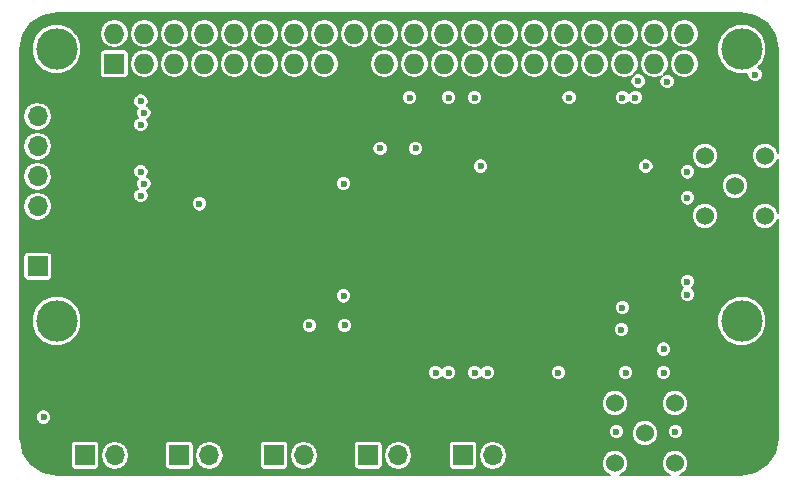
<source format=gbr>
G04 #@! TF.FileFunction,Copper,L3,Inr,Plane*
%FSLAX46Y46*%
G04 Gerber Fmt 4.6, Leading zero omitted, Abs format (unit mm)*
G04 Created by KiCad (PCBNEW 4.0.7) date 10/01/17 15:58:34*
%MOMM*%
%LPD*%
G01*
G04 APERTURE LIST*
%ADD10C,0.100000*%
%ADD11C,3.500000*%
%ADD12R,1.727200X1.727200*%
%ADD13O,1.727200X1.727200*%
%ADD14C,1.524000*%
%ADD15R,1.700000X1.700000*%
%ADD16O,1.700000X1.700000*%
%ADD17C,0.600000*%
%ADD18C,0.200000*%
G04 APERTURE END LIST*
D10*
D11*
X113500000Y-86500000D03*
X113500000Y-63500000D03*
X171500000Y-63500000D03*
X171500000Y-86500000D03*
D12*
X118390000Y-64750000D03*
D13*
X118390000Y-62210000D03*
X120930000Y-64750000D03*
X120930000Y-62210000D03*
X123470000Y-64750000D03*
X123470000Y-62210000D03*
X126010000Y-64750000D03*
X126010000Y-62210000D03*
X128550000Y-64750000D03*
X128550000Y-62210000D03*
X131090000Y-64750000D03*
X131090000Y-62210000D03*
X133630000Y-64750000D03*
X133630000Y-62210000D03*
X136170000Y-64750000D03*
X136170000Y-62210000D03*
X138710000Y-64750000D03*
X138710000Y-62210000D03*
X141250000Y-64750000D03*
X141250000Y-62210000D03*
X143790000Y-64750000D03*
X143790000Y-62210000D03*
X146330000Y-64750000D03*
X146330000Y-62210000D03*
X148870000Y-64750000D03*
X148870000Y-62210000D03*
X151410000Y-64750000D03*
X151410000Y-62210000D03*
X153950000Y-64750000D03*
X153950000Y-62210000D03*
X156490000Y-64750000D03*
X156490000Y-62210000D03*
X159030000Y-64750000D03*
X159030000Y-62210000D03*
X161570000Y-64750000D03*
X161570000Y-62210000D03*
X164110000Y-64750000D03*
X164110000Y-62210000D03*
X166650000Y-64750000D03*
X166650000Y-62210000D03*
D14*
X160778000Y-98555000D03*
X160778000Y-93475000D03*
X165858000Y-98555000D03*
X165858000Y-93475000D03*
X163318000Y-96015000D03*
X173478000Y-77600000D03*
X168398000Y-77600000D03*
X173478000Y-72520000D03*
X168398000Y-72520000D03*
X170938000Y-75060000D03*
D15*
X115900000Y-97900000D03*
D16*
X118440000Y-97900000D03*
D15*
X111900000Y-81900000D03*
D16*
X111900000Y-79360000D03*
X111900000Y-76820000D03*
X111900000Y-74280000D03*
X111900000Y-71740000D03*
X111900000Y-69200000D03*
D15*
X147900000Y-97900000D03*
D16*
X150440000Y-97900000D03*
D15*
X123900000Y-97900000D03*
D16*
X126440000Y-97900000D03*
D15*
X131900000Y-97900000D03*
D16*
X134440000Y-97900000D03*
D15*
X139900000Y-97900000D03*
D16*
X142440000Y-97900000D03*
D17*
X112400000Y-94650000D03*
X172650000Y-65650000D03*
X165900000Y-95900000D03*
X160900000Y-95900000D03*
X161333000Y-87251000D03*
X164900000Y-88900000D03*
X164900000Y-90900000D03*
X161400000Y-85400000D03*
X163400000Y-73400000D03*
X149400000Y-73400000D03*
X125600000Y-76600000D03*
X143400000Y-67600000D03*
X137800000Y-74900000D03*
X137800000Y-84400000D03*
X145600000Y-90900000D03*
X146700000Y-90900000D03*
X148900000Y-90900000D03*
X150000000Y-90900000D03*
X156000000Y-90900000D03*
X161700000Y-90900000D03*
X166900000Y-84300000D03*
X166900000Y-83200000D03*
X166900000Y-76100000D03*
X166900000Y-73900000D03*
X162500000Y-67600000D03*
X161400000Y-67600000D03*
X156900000Y-67600000D03*
X148900000Y-67600000D03*
X146700000Y-67600000D03*
X120650000Y-75900000D03*
X120650000Y-73900000D03*
X120900000Y-74900000D03*
X120650000Y-69900000D03*
X120650000Y-67900000D03*
X120900000Y-68900000D03*
X115650000Y-94150000D03*
X155400000Y-85300000D03*
X144500000Y-67600000D03*
X137800000Y-73800000D03*
X137800000Y-85500000D03*
X147800000Y-90900000D03*
X154900000Y-90900000D03*
X134900000Y-86900000D03*
X137900000Y-86900000D03*
X143900000Y-71900000D03*
X140900000Y-71900000D03*
X165199809Y-66253720D03*
X162745761Y-66208483D03*
D18*
G36*
X172673566Y-60666764D02*
X173668466Y-61331534D01*
X174333237Y-62326435D01*
X174575000Y-63541860D01*
X174575000Y-72263013D01*
X174421257Y-71890926D01*
X174108720Y-71577842D01*
X173700161Y-71408194D01*
X173257780Y-71407808D01*
X172848926Y-71576743D01*
X172535842Y-71889280D01*
X172366194Y-72297839D01*
X172365808Y-72740220D01*
X172534743Y-73149074D01*
X172847280Y-73462158D01*
X173255839Y-73631806D01*
X173698220Y-73632192D01*
X174107074Y-73463257D01*
X174420158Y-73150720D01*
X174575000Y-72777818D01*
X174575000Y-77343013D01*
X174421257Y-76970926D01*
X174108720Y-76657842D01*
X173700161Y-76488194D01*
X173257780Y-76487808D01*
X172848926Y-76656743D01*
X172535842Y-76969280D01*
X172366194Y-77377839D01*
X172365808Y-77820220D01*
X172534743Y-78229074D01*
X172847280Y-78542158D01*
X173255839Y-78711806D01*
X173698220Y-78712192D01*
X174107074Y-78543257D01*
X174420158Y-78230720D01*
X174575000Y-77857818D01*
X174575000Y-96458140D01*
X174333237Y-97673565D01*
X173668466Y-98668466D01*
X172673566Y-99333236D01*
X171458140Y-99575000D01*
X166301342Y-99575000D01*
X166487074Y-99498257D01*
X166800158Y-99185720D01*
X166969806Y-98777161D01*
X166970192Y-98334780D01*
X166801257Y-97925926D01*
X166488720Y-97612842D01*
X166080161Y-97443194D01*
X165637780Y-97442808D01*
X165228926Y-97611743D01*
X164915842Y-97924280D01*
X164746194Y-98332839D01*
X164745808Y-98775220D01*
X164914743Y-99184074D01*
X165227280Y-99497158D01*
X165414745Y-99575000D01*
X161221342Y-99575000D01*
X161407074Y-99498257D01*
X161720158Y-99185720D01*
X161889806Y-98777161D01*
X161890192Y-98334780D01*
X161721257Y-97925926D01*
X161408720Y-97612842D01*
X161000161Y-97443194D01*
X160557780Y-97442808D01*
X160148926Y-97611743D01*
X159835842Y-97924280D01*
X159666194Y-98332839D01*
X159665808Y-98775220D01*
X159834743Y-99184074D01*
X160147280Y-99497158D01*
X160334745Y-99575000D01*
X113541860Y-99575000D01*
X112326435Y-99333237D01*
X111331534Y-98668466D01*
X110666764Y-97673566D01*
X110542729Y-97050000D01*
X114693144Y-97050000D01*
X114693144Y-98750000D01*
X114717549Y-98879702D01*
X114794203Y-98998825D01*
X114911163Y-99078741D01*
X115050000Y-99106856D01*
X116750000Y-99106856D01*
X116879702Y-99082451D01*
X116998825Y-99005797D01*
X117078741Y-98888837D01*
X117106856Y-98750000D01*
X117106856Y-97876491D01*
X117240000Y-97876491D01*
X117240000Y-97923509D01*
X117331345Y-98382729D01*
X117591472Y-98772037D01*
X117980780Y-99032164D01*
X118440000Y-99123509D01*
X118899220Y-99032164D01*
X119288528Y-98772037D01*
X119548655Y-98382729D01*
X119640000Y-97923509D01*
X119640000Y-97876491D01*
X119548655Y-97417271D01*
X119303253Y-97050000D01*
X122693144Y-97050000D01*
X122693144Y-98750000D01*
X122717549Y-98879702D01*
X122794203Y-98998825D01*
X122911163Y-99078741D01*
X123050000Y-99106856D01*
X124750000Y-99106856D01*
X124879702Y-99082451D01*
X124998825Y-99005797D01*
X125078741Y-98888837D01*
X125106856Y-98750000D01*
X125106856Y-97876491D01*
X125240000Y-97876491D01*
X125240000Y-97923509D01*
X125331345Y-98382729D01*
X125591472Y-98772037D01*
X125980780Y-99032164D01*
X126440000Y-99123509D01*
X126899220Y-99032164D01*
X127288528Y-98772037D01*
X127548655Y-98382729D01*
X127640000Y-97923509D01*
X127640000Y-97876491D01*
X127548655Y-97417271D01*
X127303253Y-97050000D01*
X130693144Y-97050000D01*
X130693144Y-98750000D01*
X130717549Y-98879702D01*
X130794203Y-98998825D01*
X130911163Y-99078741D01*
X131050000Y-99106856D01*
X132750000Y-99106856D01*
X132879702Y-99082451D01*
X132998825Y-99005797D01*
X133078741Y-98888837D01*
X133106856Y-98750000D01*
X133106856Y-97876491D01*
X133240000Y-97876491D01*
X133240000Y-97923509D01*
X133331345Y-98382729D01*
X133591472Y-98772037D01*
X133980780Y-99032164D01*
X134440000Y-99123509D01*
X134899220Y-99032164D01*
X135288528Y-98772037D01*
X135548655Y-98382729D01*
X135640000Y-97923509D01*
X135640000Y-97876491D01*
X135548655Y-97417271D01*
X135303253Y-97050000D01*
X138693144Y-97050000D01*
X138693144Y-98750000D01*
X138717549Y-98879702D01*
X138794203Y-98998825D01*
X138911163Y-99078741D01*
X139050000Y-99106856D01*
X140750000Y-99106856D01*
X140879702Y-99082451D01*
X140998825Y-99005797D01*
X141078741Y-98888837D01*
X141106856Y-98750000D01*
X141106856Y-97876491D01*
X141240000Y-97876491D01*
X141240000Y-97923509D01*
X141331345Y-98382729D01*
X141591472Y-98772037D01*
X141980780Y-99032164D01*
X142440000Y-99123509D01*
X142899220Y-99032164D01*
X143288528Y-98772037D01*
X143548655Y-98382729D01*
X143640000Y-97923509D01*
X143640000Y-97876491D01*
X143548655Y-97417271D01*
X143303253Y-97050000D01*
X146693144Y-97050000D01*
X146693144Y-98750000D01*
X146717549Y-98879702D01*
X146794203Y-98998825D01*
X146911163Y-99078741D01*
X147050000Y-99106856D01*
X148750000Y-99106856D01*
X148879702Y-99082451D01*
X148998825Y-99005797D01*
X149078741Y-98888837D01*
X149106856Y-98750000D01*
X149106856Y-97876491D01*
X149240000Y-97876491D01*
X149240000Y-97923509D01*
X149331345Y-98382729D01*
X149591472Y-98772037D01*
X149980780Y-99032164D01*
X150440000Y-99123509D01*
X150899220Y-99032164D01*
X151288528Y-98772037D01*
X151548655Y-98382729D01*
X151640000Y-97923509D01*
X151640000Y-97876491D01*
X151548655Y-97417271D01*
X151288528Y-97027963D01*
X150899220Y-96767836D01*
X150440000Y-96676491D01*
X149980780Y-96767836D01*
X149591472Y-97027963D01*
X149331345Y-97417271D01*
X149240000Y-97876491D01*
X149106856Y-97876491D01*
X149106856Y-97050000D01*
X149082451Y-96920298D01*
X149005797Y-96801175D01*
X148888837Y-96721259D01*
X148750000Y-96693144D01*
X147050000Y-96693144D01*
X146920298Y-96717549D01*
X146801175Y-96794203D01*
X146721259Y-96911163D01*
X146693144Y-97050000D01*
X143303253Y-97050000D01*
X143288528Y-97027963D01*
X142899220Y-96767836D01*
X142440000Y-96676491D01*
X141980780Y-96767836D01*
X141591472Y-97027963D01*
X141331345Y-97417271D01*
X141240000Y-97876491D01*
X141106856Y-97876491D01*
X141106856Y-97050000D01*
X141082451Y-96920298D01*
X141005797Y-96801175D01*
X140888837Y-96721259D01*
X140750000Y-96693144D01*
X139050000Y-96693144D01*
X138920298Y-96717549D01*
X138801175Y-96794203D01*
X138721259Y-96911163D01*
X138693144Y-97050000D01*
X135303253Y-97050000D01*
X135288528Y-97027963D01*
X134899220Y-96767836D01*
X134440000Y-96676491D01*
X133980780Y-96767836D01*
X133591472Y-97027963D01*
X133331345Y-97417271D01*
X133240000Y-97876491D01*
X133106856Y-97876491D01*
X133106856Y-97050000D01*
X133082451Y-96920298D01*
X133005797Y-96801175D01*
X132888837Y-96721259D01*
X132750000Y-96693144D01*
X131050000Y-96693144D01*
X130920298Y-96717549D01*
X130801175Y-96794203D01*
X130721259Y-96911163D01*
X130693144Y-97050000D01*
X127303253Y-97050000D01*
X127288528Y-97027963D01*
X126899220Y-96767836D01*
X126440000Y-96676491D01*
X125980780Y-96767836D01*
X125591472Y-97027963D01*
X125331345Y-97417271D01*
X125240000Y-97876491D01*
X125106856Y-97876491D01*
X125106856Y-97050000D01*
X125082451Y-96920298D01*
X125005797Y-96801175D01*
X124888837Y-96721259D01*
X124750000Y-96693144D01*
X123050000Y-96693144D01*
X122920298Y-96717549D01*
X122801175Y-96794203D01*
X122721259Y-96911163D01*
X122693144Y-97050000D01*
X119303253Y-97050000D01*
X119288528Y-97027963D01*
X118899220Y-96767836D01*
X118440000Y-96676491D01*
X117980780Y-96767836D01*
X117591472Y-97027963D01*
X117331345Y-97417271D01*
X117240000Y-97876491D01*
X117106856Y-97876491D01*
X117106856Y-97050000D01*
X117082451Y-96920298D01*
X117005797Y-96801175D01*
X116888837Y-96721259D01*
X116750000Y-96693144D01*
X115050000Y-96693144D01*
X114920298Y-96717549D01*
X114801175Y-96794203D01*
X114721259Y-96911163D01*
X114693144Y-97050000D01*
X110542729Y-97050000D01*
X110425000Y-96458140D01*
X110425000Y-96028726D01*
X160249888Y-96028726D01*
X160348636Y-96267714D01*
X160531324Y-96450722D01*
X160770140Y-96549887D01*
X161028726Y-96550112D01*
X161267714Y-96451364D01*
X161450722Y-96268676D01*
X161464614Y-96235220D01*
X162205808Y-96235220D01*
X162374743Y-96644074D01*
X162687280Y-96957158D01*
X163095839Y-97126806D01*
X163538220Y-97127192D01*
X163947074Y-96958257D01*
X164260158Y-96645720D01*
X164429806Y-96237161D01*
X164429987Y-96028726D01*
X165249888Y-96028726D01*
X165348636Y-96267714D01*
X165531324Y-96450722D01*
X165770140Y-96549887D01*
X166028726Y-96550112D01*
X166267714Y-96451364D01*
X166450722Y-96268676D01*
X166549887Y-96029860D01*
X166550112Y-95771274D01*
X166451364Y-95532286D01*
X166268676Y-95349278D01*
X166029860Y-95250113D01*
X165771274Y-95249888D01*
X165532286Y-95348636D01*
X165349278Y-95531324D01*
X165250113Y-95770140D01*
X165249888Y-96028726D01*
X164429987Y-96028726D01*
X164430192Y-95794780D01*
X164261257Y-95385926D01*
X163948720Y-95072842D01*
X163540161Y-94903194D01*
X163097780Y-94902808D01*
X162688926Y-95071743D01*
X162375842Y-95384280D01*
X162206194Y-95792839D01*
X162205808Y-96235220D01*
X161464614Y-96235220D01*
X161549887Y-96029860D01*
X161550112Y-95771274D01*
X161451364Y-95532286D01*
X161268676Y-95349278D01*
X161029860Y-95250113D01*
X160771274Y-95249888D01*
X160532286Y-95348636D01*
X160349278Y-95531324D01*
X160250113Y-95770140D01*
X160249888Y-96028726D01*
X110425000Y-96028726D01*
X110425000Y-94778726D01*
X111749888Y-94778726D01*
X111848636Y-95017714D01*
X112031324Y-95200722D01*
X112270140Y-95299887D01*
X112528726Y-95300112D01*
X112767714Y-95201364D01*
X112950722Y-95018676D01*
X113049887Y-94779860D01*
X113050112Y-94521274D01*
X112951364Y-94282286D01*
X112768676Y-94099278D01*
X112529860Y-94000113D01*
X112271274Y-93999888D01*
X112032286Y-94098636D01*
X111849278Y-94281324D01*
X111750113Y-94520140D01*
X111749888Y-94778726D01*
X110425000Y-94778726D01*
X110425000Y-93695220D01*
X159665808Y-93695220D01*
X159834743Y-94104074D01*
X160147280Y-94417158D01*
X160555839Y-94586806D01*
X160998220Y-94587192D01*
X161407074Y-94418257D01*
X161720158Y-94105720D01*
X161889806Y-93697161D01*
X161889807Y-93695220D01*
X164745808Y-93695220D01*
X164914743Y-94104074D01*
X165227280Y-94417158D01*
X165635839Y-94586806D01*
X166078220Y-94587192D01*
X166487074Y-94418257D01*
X166800158Y-94105720D01*
X166969806Y-93697161D01*
X166970192Y-93254780D01*
X166801257Y-92845926D01*
X166488720Y-92532842D01*
X166080161Y-92363194D01*
X165637780Y-92362808D01*
X165228926Y-92531743D01*
X164915842Y-92844280D01*
X164746194Y-93252839D01*
X164745808Y-93695220D01*
X161889807Y-93695220D01*
X161890192Y-93254780D01*
X161721257Y-92845926D01*
X161408720Y-92532842D01*
X161000161Y-92363194D01*
X160557780Y-92362808D01*
X160148926Y-92531743D01*
X159835842Y-92844280D01*
X159666194Y-93252839D01*
X159665808Y-93695220D01*
X110425000Y-93695220D01*
X110425000Y-91028726D01*
X144949888Y-91028726D01*
X145048636Y-91267714D01*
X145231324Y-91450722D01*
X145470140Y-91549887D01*
X145728726Y-91550112D01*
X145967714Y-91451364D01*
X146150158Y-91269239D01*
X146331324Y-91450722D01*
X146570140Y-91549887D01*
X146828726Y-91550112D01*
X147067714Y-91451364D01*
X147250722Y-91268676D01*
X147349887Y-91029860D01*
X147349887Y-91028726D01*
X148249888Y-91028726D01*
X148348636Y-91267714D01*
X148531324Y-91450722D01*
X148770140Y-91549887D01*
X149028726Y-91550112D01*
X149267714Y-91451364D01*
X149450158Y-91269239D01*
X149631324Y-91450722D01*
X149870140Y-91549887D01*
X150128726Y-91550112D01*
X150367714Y-91451364D01*
X150550722Y-91268676D01*
X150649887Y-91029860D01*
X150649887Y-91028726D01*
X155349888Y-91028726D01*
X155448636Y-91267714D01*
X155631324Y-91450722D01*
X155870140Y-91549887D01*
X156128726Y-91550112D01*
X156367714Y-91451364D01*
X156550722Y-91268676D01*
X156649887Y-91029860D01*
X156649887Y-91028726D01*
X161049888Y-91028726D01*
X161148636Y-91267714D01*
X161331324Y-91450722D01*
X161570140Y-91549887D01*
X161828726Y-91550112D01*
X162067714Y-91451364D01*
X162250722Y-91268676D01*
X162349887Y-91029860D01*
X162349887Y-91028726D01*
X164249888Y-91028726D01*
X164348636Y-91267714D01*
X164531324Y-91450722D01*
X164770140Y-91549887D01*
X165028726Y-91550112D01*
X165267714Y-91451364D01*
X165450722Y-91268676D01*
X165549887Y-91029860D01*
X165550112Y-90771274D01*
X165451364Y-90532286D01*
X165268676Y-90349278D01*
X165029860Y-90250113D01*
X164771274Y-90249888D01*
X164532286Y-90348636D01*
X164349278Y-90531324D01*
X164250113Y-90770140D01*
X164249888Y-91028726D01*
X162349887Y-91028726D01*
X162350112Y-90771274D01*
X162251364Y-90532286D01*
X162068676Y-90349278D01*
X161829860Y-90250113D01*
X161571274Y-90249888D01*
X161332286Y-90348636D01*
X161149278Y-90531324D01*
X161050113Y-90770140D01*
X161049888Y-91028726D01*
X156649887Y-91028726D01*
X156650112Y-90771274D01*
X156551364Y-90532286D01*
X156368676Y-90349278D01*
X156129860Y-90250113D01*
X155871274Y-90249888D01*
X155632286Y-90348636D01*
X155449278Y-90531324D01*
X155350113Y-90770140D01*
X155349888Y-91028726D01*
X150649887Y-91028726D01*
X150650112Y-90771274D01*
X150551364Y-90532286D01*
X150368676Y-90349278D01*
X150129860Y-90250113D01*
X149871274Y-90249888D01*
X149632286Y-90348636D01*
X149449842Y-90530761D01*
X149268676Y-90349278D01*
X149029860Y-90250113D01*
X148771274Y-90249888D01*
X148532286Y-90348636D01*
X148349278Y-90531324D01*
X148250113Y-90770140D01*
X148249888Y-91028726D01*
X147349887Y-91028726D01*
X147350112Y-90771274D01*
X147251364Y-90532286D01*
X147068676Y-90349278D01*
X146829860Y-90250113D01*
X146571274Y-90249888D01*
X146332286Y-90348636D01*
X146149842Y-90530761D01*
X145968676Y-90349278D01*
X145729860Y-90250113D01*
X145471274Y-90249888D01*
X145232286Y-90348636D01*
X145049278Y-90531324D01*
X144950113Y-90770140D01*
X144949888Y-91028726D01*
X110425000Y-91028726D01*
X110425000Y-89028726D01*
X164249888Y-89028726D01*
X164348636Y-89267714D01*
X164531324Y-89450722D01*
X164770140Y-89549887D01*
X165028726Y-89550112D01*
X165267714Y-89451364D01*
X165450722Y-89268676D01*
X165549887Y-89029860D01*
X165550112Y-88771274D01*
X165451364Y-88532286D01*
X165268676Y-88349278D01*
X165029860Y-88250113D01*
X164771274Y-88249888D01*
X164532286Y-88348636D01*
X164349278Y-88531324D01*
X164250113Y-88770140D01*
X164249888Y-89028726D01*
X110425000Y-89028726D01*
X110425000Y-86915883D01*
X111399637Y-86915883D01*
X111718669Y-87688000D01*
X112308893Y-88279255D01*
X113080452Y-88599634D01*
X113915883Y-88600363D01*
X114688000Y-88281331D01*
X115279255Y-87691107D01*
X115554299Y-87028726D01*
X134249888Y-87028726D01*
X134348636Y-87267714D01*
X134531324Y-87450722D01*
X134770140Y-87549887D01*
X135028726Y-87550112D01*
X135267714Y-87451364D01*
X135450722Y-87268676D01*
X135549887Y-87029860D01*
X135549887Y-87028726D01*
X137249888Y-87028726D01*
X137348636Y-87267714D01*
X137531324Y-87450722D01*
X137770140Y-87549887D01*
X138028726Y-87550112D01*
X138267714Y-87451364D01*
X138339477Y-87379726D01*
X160682888Y-87379726D01*
X160781636Y-87618714D01*
X160964324Y-87801722D01*
X161203140Y-87900887D01*
X161461726Y-87901112D01*
X161700714Y-87802364D01*
X161883722Y-87619676D01*
X161982887Y-87380860D01*
X161983112Y-87122274D01*
X161897833Y-86915883D01*
X169399637Y-86915883D01*
X169718669Y-87688000D01*
X170308893Y-88279255D01*
X171080452Y-88599634D01*
X171915883Y-88600363D01*
X172688000Y-88281331D01*
X173279255Y-87691107D01*
X173599634Y-86919548D01*
X173600363Y-86084117D01*
X173281331Y-85312000D01*
X172691107Y-84720745D01*
X171919548Y-84400366D01*
X171084117Y-84399637D01*
X170312000Y-84718669D01*
X169720745Y-85308893D01*
X169400366Y-86080452D01*
X169399637Y-86915883D01*
X161897833Y-86915883D01*
X161884364Y-86883286D01*
X161701676Y-86700278D01*
X161462860Y-86601113D01*
X161204274Y-86600888D01*
X160965286Y-86699636D01*
X160782278Y-86882324D01*
X160683113Y-87121140D01*
X160682888Y-87379726D01*
X138339477Y-87379726D01*
X138450722Y-87268676D01*
X138549887Y-87029860D01*
X138550112Y-86771274D01*
X138451364Y-86532286D01*
X138268676Y-86349278D01*
X138029860Y-86250113D01*
X137771274Y-86249888D01*
X137532286Y-86348636D01*
X137349278Y-86531324D01*
X137250113Y-86770140D01*
X137249888Y-87028726D01*
X135549887Y-87028726D01*
X135550112Y-86771274D01*
X135451364Y-86532286D01*
X135268676Y-86349278D01*
X135029860Y-86250113D01*
X134771274Y-86249888D01*
X134532286Y-86348636D01*
X134349278Y-86531324D01*
X134250113Y-86770140D01*
X134249888Y-87028726D01*
X115554299Y-87028726D01*
X115599634Y-86919548D01*
X115600363Y-86084117D01*
X115370881Y-85528726D01*
X160749888Y-85528726D01*
X160848636Y-85767714D01*
X161031324Y-85950722D01*
X161270140Y-86049887D01*
X161528726Y-86050112D01*
X161767714Y-85951364D01*
X161950722Y-85768676D01*
X162049887Y-85529860D01*
X162050112Y-85271274D01*
X161951364Y-85032286D01*
X161768676Y-84849278D01*
X161529860Y-84750113D01*
X161271274Y-84749888D01*
X161032286Y-84848636D01*
X160849278Y-85031324D01*
X160750113Y-85270140D01*
X160749888Y-85528726D01*
X115370881Y-85528726D01*
X115281331Y-85312000D01*
X114691107Y-84720745D01*
X114228674Y-84528726D01*
X137149888Y-84528726D01*
X137248636Y-84767714D01*
X137431324Y-84950722D01*
X137670140Y-85049887D01*
X137928726Y-85050112D01*
X138167714Y-84951364D01*
X138350722Y-84768676D01*
X138449887Y-84529860D01*
X138450112Y-84271274D01*
X138351364Y-84032286D01*
X138168676Y-83849278D01*
X137929860Y-83750113D01*
X137671274Y-83749888D01*
X137432286Y-83848636D01*
X137249278Y-84031324D01*
X137150113Y-84270140D01*
X137149888Y-84528726D01*
X114228674Y-84528726D01*
X113919548Y-84400366D01*
X113084117Y-84399637D01*
X112312000Y-84718669D01*
X111720745Y-85308893D01*
X111400366Y-86080452D01*
X111399637Y-86915883D01*
X110425000Y-86915883D01*
X110425000Y-83328726D01*
X166249888Y-83328726D01*
X166348636Y-83567714D01*
X166530761Y-83750158D01*
X166349278Y-83931324D01*
X166250113Y-84170140D01*
X166249888Y-84428726D01*
X166348636Y-84667714D01*
X166531324Y-84850722D01*
X166770140Y-84949887D01*
X167028726Y-84950112D01*
X167267714Y-84851364D01*
X167450722Y-84668676D01*
X167549887Y-84429860D01*
X167550112Y-84171274D01*
X167451364Y-83932286D01*
X167269239Y-83749842D01*
X167450722Y-83568676D01*
X167549887Y-83329860D01*
X167550112Y-83071274D01*
X167451364Y-82832286D01*
X167268676Y-82649278D01*
X167029860Y-82550113D01*
X166771274Y-82549888D01*
X166532286Y-82648636D01*
X166349278Y-82831324D01*
X166250113Y-83070140D01*
X166249888Y-83328726D01*
X110425000Y-83328726D01*
X110425000Y-81050000D01*
X110693144Y-81050000D01*
X110693144Y-82750000D01*
X110717549Y-82879702D01*
X110794203Y-82998825D01*
X110911163Y-83078741D01*
X111050000Y-83106856D01*
X112750000Y-83106856D01*
X112879702Y-83082451D01*
X112998825Y-83005797D01*
X113078741Y-82888837D01*
X113106856Y-82750000D01*
X113106856Y-81050000D01*
X113082451Y-80920298D01*
X113005797Y-80801175D01*
X112888837Y-80721259D01*
X112750000Y-80693144D01*
X111050000Y-80693144D01*
X110920298Y-80717549D01*
X110801175Y-80794203D01*
X110721259Y-80911163D01*
X110693144Y-81050000D01*
X110425000Y-81050000D01*
X110425000Y-76820000D01*
X110676491Y-76820000D01*
X110767836Y-77279220D01*
X111027963Y-77668528D01*
X111417271Y-77928655D01*
X111876491Y-78020000D01*
X111923509Y-78020000D01*
X112382729Y-77928655D01*
X112545013Y-77820220D01*
X167285808Y-77820220D01*
X167454743Y-78229074D01*
X167767280Y-78542158D01*
X168175839Y-78711806D01*
X168618220Y-78712192D01*
X169027074Y-78543257D01*
X169340158Y-78230720D01*
X169509806Y-77822161D01*
X169510192Y-77379780D01*
X169341257Y-76970926D01*
X169028720Y-76657842D01*
X168620161Y-76488194D01*
X168177780Y-76487808D01*
X167768926Y-76656743D01*
X167455842Y-76969280D01*
X167286194Y-77377839D01*
X167285808Y-77820220D01*
X112545013Y-77820220D01*
X112772037Y-77668528D01*
X113032164Y-77279220D01*
X113123509Y-76820000D01*
X113105354Y-76728726D01*
X124949888Y-76728726D01*
X125048636Y-76967714D01*
X125231324Y-77150722D01*
X125470140Y-77249887D01*
X125728726Y-77250112D01*
X125967714Y-77151364D01*
X126150722Y-76968676D01*
X126249887Y-76729860D01*
X126250112Y-76471274D01*
X126151364Y-76232286D01*
X126147811Y-76228726D01*
X166249888Y-76228726D01*
X166348636Y-76467714D01*
X166531324Y-76650722D01*
X166770140Y-76749887D01*
X167028726Y-76750112D01*
X167267714Y-76651364D01*
X167450722Y-76468676D01*
X167549887Y-76229860D01*
X167550112Y-75971274D01*
X167451364Y-75732286D01*
X167268676Y-75549278D01*
X167029860Y-75450113D01*
X166771274Y-75449888D01*
X166532286Y-75548636D01*
X166349278Y-75731324D01*
X166250113Y-75970140D01*
X166249888Y-76228726D01*
X126147811Y-76228726D01*
X125968676Y-76049278D01*
X125729860Y-75950113D01*
X125471274Y-75949888D01*
X125232286Y-76048636D01*
X125049278Y-76231324D01*
X124950113Y-76470140D01*
X124949888Y-76728726D01*
X113105354Y-76728726D01*
X113032164Y-76360780D01*
X112772037Y-75971472D01*
X112382729Y-75711345D01*
X111923509Y-75620000D01*
X111876491Y-75620000D01*
X111417271Y-75711345D01*
X111027963Y-75971472D01*
X110767836Y-76360780D01*
X110676491Y-76820000D01*
X110425000Y-76820000D01*
X110425000Y-74280000D01*
X110676491Y-74280000D01*
X110767836Y-74739220D01*
X111027963Y-75128528D01*
X111417271Y-75388655D01*
X111876491Y-75480000D01*
X111923509Y-75480000D01*
X112382729Y-75388655D01*
X112772037Y-75128528D01*
X113032164Y-74739220D01*
X113123509Y-74280000D01*
X113073528Y-74028726D01*
X119999888Y-74028726D01*
X120098636Y-74267714D01*
X120281324Y-74450722D01*
X120386339Y-74494328D01*
X120349278Y-74531324D01*
X120250113Y-74770140D01*
X120249888Y-75028726D01*
X120348636Y-75267714D01*
X120386451Y-75305596D01*
X120282286Y-75348636D01*
X120099278Y-75531324D01*
X120000113Y-75770140D01*
X119999888Y-76028726D01*
X120098636Y-76267714D01*
X120281324Y-76450722D01*
X120520140Y-76549887D01*
X120778726Y-76550112D01*
X121017714Y-76451364D01*
X121200722Y-76268676D01*
X121299887Y-76029860D01*
X121300112Y-75771274D01*
X121201364Y-75532286D01*
X121163549Y-75494404D01*
X121267714Y-75451364D01*
X121450722Y-75268676D01*
X121549887Y-75029860D01*
X121549887Y-75028726D01*
X137149888Y-75028726D01*
X137248636Y-75267714D01*
X137431324Y-75450722D01*
X137670140Y-75549887D01*
X137928726Y-75550112D01*
X138167714Y-75451364D01*
X138339157Y-75280220D01*
X169825808Y-75280220D01*
X169994743Y-75689074D01*
X170307280Y-76002158D01*
X170715839Y-76171806D01*
X171158220Y-76172192D01*
X171567074Y-76003257D01*
X171880158Y-75690720D01*
X172049806Y-75282161D01*
X172050192Y-74839780D01*
X171881257Y-74430926D01*
X171568720Y-74117842D01*
X171160161Y-73948194D01*
X170717780Y-73947808D01*
X170308926Y-74116743D01*
X169995842Y-74429280D01*
X169826194Y-74837839D01*
X169825808Y-75280220D01*
X138339157Y-75280220D01*
X138350722Y-75268676D01*
X138449887Y-75029860D01*
X138450112Y-74771274D01*
X138351364Y-74532286D01*
X138168676Y-74349278D01*
X137929860Y-74250113D01*
X137671274Y-74249888D01*
X137432286Y-74348636D01*
X137249278Y-74531324D01*
X137150113Y-74770140D01*
X137149888Y-75028726D01*
X121549887Y-75028726D01*
X121550112Y-74771274D01*
X121451364Y-74532286D01*
X121268676Y-74349278D01*
X121163661Y-74305672D01*
X121200722Y-74268676D01*
X121299887Y-74029860D01*
X121300112Y-73771274D01*
X121201364Y-73532286D01*
X121197811Y-73528726D01*
X148749888Y-73528726D01*
X148848636Y-73767714D01*
X149031324Y-73950722D01*
X149270140Y-74049887D01*
X149528726Y-74050112D01*
X149767714Y-73951364D01*
X149950722Y-73768676D01*
X150049887Y-73529860D01*
X150049887Y-73528726D01*
X162749888Y-73528726D01*
X162848636Y-73767714D01*
X163031324Y-73950722D01*
X163270140Y-74049887D01*
X163528726Y-74050112D01*
X163580483Y-74028726D01*
X166249888Y-74028726D01*
X166348636Y-74267714D01*
X166531324Y-74450722D01*
X166770140Y-74549887D01*
X167028726Y-74550112D01*
X167267714Y-74451364D01*
X167450722Y-74268676D01*
X167549887Y-74029860D01*
X167550112Y-73771274D01*
X167451364Y-73532286D01*
X167268676Y-73349278D01*
X167029860Y-73250113D01*
X166771274Y-73249888D01*
X166532286Y-73348636D01*
X166349278Y-73531324D01*
X166250113Y-73770140D01*
X166249888Y-74028726D01*
X163580483Y-74028726D01*
X163767714Y-73951364D01*
X163950722Y-73768676D01*
X164049887Y-73529860D01*
X164050112Y-73271274D01*
X163951364Y-73032286D01*
X163768676Y-72849278D01*
X163529860Y-72750113D01*
X163271274Y-72749888D01*
X163032286Y-72848636D01*
X162849278Y-73031324D01*
X162750113Y-73270140D01*
X162749888Y-73528726D01*
X150049887Y-73528726D01*
X150050112Y-73271274D01*
X149951364Y-73032286D01*
X149768676Y-72849278D01*
X149529860Y-72750113D01*
X149271274Y-72749888D01*
X149032286Y-72848636D01*
X148849278Y-73031324D01*
X148750113Y-73270140D01*
X148749888Y-73528726D01*
X121197811Y-73528726D01*
X121018676Y-73349278D01*
X120779860Y-73250113D01*
X120521274Y-73249888D01*
X120282286Y-73348636D01*
X120099278Y-73531324D01*
X120000113Y-73770140D01*
X119999888Y-74028726D01*
X113073528Y-74028726D01*
X113032164Y-73820780D01*
X112772037Y-73431472D01*
X112382729Y-73171345D01*
X111923509Y-73080000D01*
X111876491Y-73080000D01*
X111417271Y-73171345D01*
X111027963Y-73431472D01*
X110767836Y-73820780D01*
X110676491Y-74280000D01*
X110425000Y-74280000D01*
X110425000Y-71740000D01*
X110676491Y-71740000D01*
X110767836Y-72199220D01*
X111027963Y-72588528D01*
X111417271Y-72848655D01*
X111876491Y-72940000D01*
X111923509Y-72940000D01*
X112382729Y-72848655D01*
X112545013Y-72740220D01*
X167285808Y-72740220D01*
X167454743Y-73149074D01*
X167767280Y-73462158D01*
X168175839Y-73631806D01*
X168618220Y-73632192D01*
X169027074Y-73463257D01*
X169340158Y-73150720D01*
X169509806Y-72742161D01*
X169510192Y-72299780D01*
X169341257Y-71890926D01*
X169028720Y-71577842D01*
X168620161Y-71408194D01*
X168177780Y-71407808D01*
X167768926Y-71576743D01*
X167455842Y-71889280D01*
X167286194Y-72297839D01*
X167285808Y-72740220D01*
X112545013Y-72740220D01*
X112772037Y-72588528D01*
X113032164Y-72199220D01*
X113066077Y-72028726D01*
X140249888Y-72028726D01*
X140348636Y-72267714D01*
X140531324Y-72450722D01*
X140770140Y-72549887D01*
X141028726Y-72550112D01*
X141267714Y-72451364D01*
X141450722Y-72268676D01*
X141549887Y-72029860D01*
X141549887Y-72028726D01*
X143249888Y-72028726D01*
X143348636Y-72267714D01*
X143531324Y-72450722D01*
X143770140Y-72549887D01*
X144028726Y-72550112D01*
X144267714Y-72451364D01*
X144450722Y-72268676D01*
X144549887Y-72029860D01*
X144550112Y-71771274D01*
X144451364Y-71532286D01*
X144268676Y-71349278D01*
X144029860Y-71250113D01*
X143771274Y-71249888D01*
X143532286Y-71348636D01*
X143349278Y-71531324D01*
X143250113Y-71770140D01*
X143249888Y-72028726D01*
X141549887Y-72028726D01*
X141550112Y-71771274D01*
X141451364Y-71532286D01*
X141268676Y-71349278D01*
X141029860Y-71250113D01*
X140771274Y-71249888D01*
X140532286Y-71348636D01*
X140349278Y-71531324D01*
X140250113Y-71770140D01*
X140249888Y-72028726D01*
X113066077Y-72028726D01*
X113123509Y-71740000D01*
X113032164Y-71280780D01*
X112772037Y-70891472D01*
X112382729Y-70631345D01*
X111923509Y-70540000D01*
X111876491Y-70540000D01*
X111417271Y-70631345D01*
X111027963Y-70891472D01*
X110767836Y-71280780D01*
X110676491Y-71740000D01*
X110425000Y-71740000D01*
X110425000Y-69200000D01*
X110676491Y-69200000D01*
X110767836Y-69659220D01*
X111027963Y-70048528D01*
X111417271Y-70308655D01*
X111876491Y-70400000D01*
X111923509Y-70400000D01*
X112382729Y-70308655D01*
X112772037Y-70048528D01*
X113032164Y-69659220D01*
X113123509Y-69200000D01*
X113032164Y-68740780D01*
X112772037Y-68351472D01*
X112382729Y-68091345D01*
X112067924Y-68028726D01*
X119999888Y-68028726D01*
X120098636Y-68267714D01*
X120281324Y-68450722D01*
X120386339Y-68494328D01*
X120349278Y-68531324D01*
X120250113Y-68770140D01*
X120249888Y-69028726D01*
X120348636Y-69267714D01*
X120386451Y-69305596D01*
X120282286Y-69348636D01*
X120099278Y-69531324D01*
X120000113Y-69770140D01*
X119999888Y-70028726D01*
X120098636Y-70267714D01*
X120281324Y-70450722D01*
X120520140Y-70549887D01*
X120778726Y-70550112D01*
X121017714Y-70451364D01*
X121200722Y-70268676D01*
X121299887Y-70029860D01*
X121300112Y-69771274D01*
X121201364Y-69532286D01*
X121163549Y-69494404D01*
X121267714Y-69451364D01*
X121450722Y-69268676D01*
X121549887Y-69029860D01*
X121550112Y-68771274D01*
X121451364Y-68532286D01*
X121268676Y-68349278D01*
X121163661Y-68305672D01*
X121200722Y-68268676D01*
X121299887Y-68029860D01*
X121300112Y-67771274D01*
X121282532Y-67728726D01*
X142749888Y-67728726D01*
X142848636Y-67967714D01*
X143031324Y-68150722D01*
X143270140Y-68249887D01*
X143528726Y-68250112D01*
X143767714Y-68151364D01*
X143950722Y-67968676D01*
X144049887Y-67729860D01*
X144049887Y-67728726D01*
X146049888Y-67728726D01*
X146148636Y-67967714D01*
X146331324Y-68150722D01*
X146570140Y-68249887D01*
X146828726Y-68250112D01*
X147067714Y-68151364D01*
X147250722Y-67968676D01*
X147349887Y-67729860D01*
X147349887Y-67728726D01*
X148249888Y-67728726D01*
X148348636Y-67967714D01*
X148531324Y-68150722D01*
X148770140Y-68249887D01*
X149028726Y-68250112D01*
X149267714Y-68151364D01*
X149450722Y-67968676D01*
X149549887Y-67729860D01*
X149549887Y-67728726D01*
X156249888Y-67728726D01*
X156348636Y-67967714D01*
X156531324Y-68150722D01*
X156770140Y-68249887D01*
X157028726Y-68250112D01*
X157267714Y-68151364D01*
X157450722Y-67968676D01*
X157549887Y-67729860D01*
X157549887Y-67728726D01*
X160749888Y-67728726D01*
X160848636Y-67967714D01*
X161031324Y-68150722D01*
X161270140Y-68249887D01*
X161528726Y-68250112D01*
X161767714Y-68151364D01*
X161950158Y-67969239D01*
X162131324Y-68150722D01*
X162370140Y-68249887D01*
X162628726Y-68250112D01*
X162867714Y-68151364D01*
X163050722Y-67968676D01*
X163149887Y-67729860D01*
X163150112Y-67471274D01*
X163051364Y-67232286D01*
X162868676Y-67049278D01*
X162629860Y-66950113D01*
X162371274Y-66949888D01*
X162132286Y-67048636D01*
X161949842Y-67230761D01*
X161768676Y-67049278D01*
X161529860Y-66950113D01*
X161271274Y-66949888D01*
X161032286Y-67048636D01*
X160849278Y-67231324D01*
X160750113Y-67470140D01*
X160749888Y-67728726D01*
X157549887Y-67728726D01*
X157550112Y-67471274D01*
X157451364Y-67232286D01*
X157268676Y-67049278D01*
X157029860Y-66950113D01*
X156771274Y-66949888D01*
X156532286Y-67048636D01*
X156349278Y-67231324D01*
X156250113Y-67470140D01*
X156249888Y-67728726D01*
X149549887Y-67728726D01*
X149550112Y-67471274D01*
X149451364Y-67232286D01*
X149268676Y-67049278D01*
X149029860Y-66950113D01*
X148771274Y-66949888D01*
X148532286Y-67048636D01*
X148349278Y-67231324D01*
X148250113Y-67470140D01*
X148249888Y-67728726D01*
X147349887Y-67728726D01*
X147350112Y-67471274D01*
X147251364Y-67232286D01*
X147068676Y-67049278D01*
X146829860Y-66950113D01*
X146571274Y-66949888D01*
X146332286Y-67048636D01*
X146149278Y-67231324D01*
X146050113Y-67470140D01*
X146049888Y-67728726D01*
X144049887Y-67728726D01*
X144050112Y-67471274D01*
X143951364Y-67232286D01*
X143768676Y-67049278D01*
X143529860Y-66950113D01*
X143271274Y-66949888D01*
X143032286Y-67048636D01*
X142849278Y-67231324D01*
X142750113Y-67470140D01*
X142749888Y-67728726D01*
X121282532Y-67728726D01*
X121201364Y-67532286D01*
X121018676Y-67349278D01*
X120779860Y-67250113D01*
X120521274Y-67249888D01*
X120282286Y-67348636D01*
X120099278Y-67531324D01*
X120000113Y-67770140D01*
X119999888Y-68028726D01*
X112067924Y-68028726D01*
X111923509Y-68000000D01*
X111876491Y-68000000D01*
X111417271Y-68091345D01*
X111027963Y-68351472D01*
X110767836Y-68740780D01*
X110676491Y-69200000D01*
X110425000Y-69200000D01*
X110425000Y-63915883D01*
X111399637Y-63915883D01*
X111718669Y-64688000D01*
X112308893Y-65279255D01*
X113080452Y-65599634D01*
X113915883Y-65600363D01*
X114688000Y-65281331D01*
X115279255Y-64691107D01*
X115599634Y-63919548D01*
X115599662Y-63886400D01*
X117169544Y-63886400D01*
X117169544Y-65613600D01*
X117193949Y-65743302D01*
X117270603Y-65862425D01*
X117387563Y-65942341D01*
X117526400Y-65970456D01*
X119253600Y-65970456D01*
X119383302Y-65946051D01*
X119502425Y-65869397D01*
X119582341Y-65752437D01*
X119610456Y-65613600D01*
X119610456Y-64726224D01*
X119716400Y-64726224D01*
X119716400Y-64773776D01*
X119808780Y-65238201D01*
X120071855Y-65631921D01*
X120465575Y-65894996D01*
X120930000Y-65987376D01*
X121394425Y-65894996D01*
X121788145Y-65631921D01*
X122051220Y-65238201D01*
X122143600Y-64773776D01*
X122143600Y-64726224D01*
X122256400Y-64726224D01*
X122256400Y-64773776D01*
X122348780Y-65238201D01*
X122611855Y-65631921D01*
X123005575Y-65894996D01*
X123470000Y-65987376D01*
X123934425Y-65894996D01*
X124328145Y-65631921D01*
X124591220Y-65238201D01*
X124683600Y-64773776D01*
X124683600Y-64726224D01*
X124796400Y-64726224D01*
X124796400Y-64773776D01*
X124888780Y-65238201D01*
X125151855Y-65631921D01*
X125545575Y-65894996D01*
X126010000Y-65987376D01*
X126474425Y-65894996D01*
X126868145Y-65631921D01*
X127131220Y-65238201D01*
X127223600Y-64773776D01*
X127223600Y-64726224D01*
X127336400Y-64726224D01*
X127336400Y-64773776D01*
X127428780Y-65238201D01*
X127691855Y-65631921D01*
X128085575Y-65894996D01*
X128550000Y-65987376D01*
X129014425Y-65894996D01*
X129408145Y-65631921D01*
X129671220Y-65238201D01*
X129763600Y-64773776D01*
X129763600Y-64726224D01*
X129876400Y-64726224D01*
X129876400Y-64773776D01*
X129968780Y-65238201D01*
X130231855Y-65631921D01*
X130625575Y-65894996D01*
X131090000Y-65987376D01*
X131554425Y-65894996D01*
X131948145Y-65631921D01*
X132211220Y-65238201D01*
X132303600Y-64773776D01*
X132303600Y-64726224D01*
X132416400Y-64726224D01*
X132416400Y-64773776D01*
X132508780Y-65238201D01*
X132771855Y-65631921D01*
X133165575Y-65894996D01*
X133630000Y-65987376D01*
X134094425Y-65894996D01*
X134488145Y-65631921D01*
X134751220Y-65238201D01*
X134843600Y-64773776D01*
X134843600Y-64726224D01*
X134956400Y-64726224D01*
X134956400Y-64773776D01*
X135048780Y-65238201D01*
X135311855Y-65631921D01*
X135705575Y-65894996D01*
X136170000Y-65987376D01*
X136634425Y-65894996D01*
X137028145Y-65631921D01*
X137291220Y-65238201D01*
X137383600Y-64773776D01*
X137383600Y-64726224D01*
X140036400Y-64726224D01*
X140036400Y-64773776D01*
X140128780Y-65238201D01*
X140391855Y-65631921D01*
X140785575Y-65894996D01*
X141250000Y-65987376D01*
X141714425Y-65894996D01*
X142108145Y-65631921D01*
X142371220Y-65238201D01*
X142463600Y-64773776D01*
X142463600Y-64726224D01*
X142576400Y-64726224D01*
X142576400Y-64773776D01*
X142668780Y-65238201D01*
X142931855Y-65631921D01*
X143325575Y-65894996D01*
X143790000Y-65987376D01*
X144254425Y-65894996D01*
X144648145Y-65631921D01*
X144911220Y-65238201D01*
X145003600Y-64773776D01*
X145003600Y-64726224D01*
X145116400Y-64726224D01*
X145116400Y-64773776D01*
X145208780Y-65238201D01*
X145471855Y-65631921D01*
X145865575Y-65894996D01*
X146330000Y-65987376D01*
X146794425Y-65894996D01*
X147188145Y-65631921D01*
X147451220Y-65238201D01*
X147543600Y-64773776D01*
X147543600Y-64726224D01*
X147656400Y-64726224D01*
X147656400Y-64773776D01*
X147748780Y-65238201D01*
X148011855Y-65631921D01*
X148405575Y-65894996D01*
X148870000Y-65987376D01*
X149334425Y-65894996D01*
X149728145Y-65631921D01*
X149991220Y-65238201D01*
X150083600Y-64773776D01*
X150083600Y-64726224D01*
X150196400Y-64726224D01*
X150196400Y-64773776D01*
X150288780Y-65238201D01*
X150551855Y-65631921D01*
X150945575Y-65894996D01*
X151410000Y-65987376D01*
X151874425Y-65894996D01*
X152268145Y-65631921D01*
X152531220Y-65238201D01*
X152623600Y-64773776D01*
X152623600Y-64726224D01*
X152736400Y-64726224D01*
X152736400Y-64773776D01*
X152828780Y-65238201D01*
X153091855Y-65631921D01*
X153485575Y-65894996D01*
X153950000Y-65987376D01*
X154414425Y-65894996D01*
X154808145Y-65631921D01*
X155071220Y-65238201D01*
X155163600Y-64773776D01*
X155163600Y-64726224D01*
X155276400Y-64726224D01*
X155276400Y-64773776D01*
X155368780Y-65238201D01*
X155631855Y-65631921D01*
X156025575Y-65894996D01*
X156490000Y-65987376D01*
X156954425Y-65894996D01*
X157348145Y-65631921D01*
X157611220Y-65238201D01*
X157703600Y-64773776D01*
X157703600Y-64726224D01*
X157816400Y-64726224D01*
X157816400Y-64773776D01*
X157908780Y-65238201D01*
X158171855Y-65631921D01*
X158565575Y-65894996D01*
X159030000Y-65987376D01*
X159494425Y-65894996D01*
X159888145Y-65631921D01*
X160151220Y-65238201D01*
X160243600Y-64773776D01*
X160243600Y-64726224D01*
X160356400Y-64726224D01*
X160356400Y-64773776D01*
X160448780Y-65238201D01*
X160711855Y-65631921D01*
X161105575Y-65894996D01*
X161570000Y-65987376D01*
X162034425Y-65894996D01*
X162352973Y-65682149D01*
X162195039Y-65839807D01*
X162095874Y-66078623D01*
X162095649Y-66337209D01*
X162194397Y-66576197D01*
X162377085Y-66759205D01*
X162615901Y-66858370D01*
X162874487Y-66858595D01*
X163113475Y-66759847D01*
X163296483Y-66577159D01*
X163395648Y-66338343D01*
X163395873Y-66079757D01*
X163297125Y-65840769D01*
X163114437Y-65657761D01*
X162875621Y-65558596D01*
X162617035Y-65558371D01*
X162410505Y-65643708D01*
X162428145Y-65631921D01*
X162691220Y-65238201D01*
X162783600Y-64773776D01*
X162783600Y-64726224D01*
X162896400Y-64726224D01*
X162896400Y-64773776D01*
X162988780Y-65238201D01*
X163251855Y-65631921D01*
X163645575Y-65894996D01*
X164110000Y-65987376D01*
X164574425Y-65894996D01*
X164770077Y-65764266D01*
X164649087Y-65885044D01*
X164549922Y-66123860D01*
X164549697Y-66382446D01*
X164648445Y-66621434D01*
X164831133Y-66804442D01*
X165069949Y-66903607D01*
X165328535Y-66903832D01*
X165567523Y-66805084D01*
X165750531Y-66622396D01*
X165849696Y-66383580D01*
X165849921Y-66124994D01*
X165751173Y-65886006D01*
X165568485Y-65702998D01*
X165329669Y-65603833D01*
X165071083Y-65603608D01*
X164912376Y-65669184D01*
X164968145Y-65631921D01*
X165231220Y-65238201D01*
X165323600Y-64773776D01*
X165323600Y-64726224D01*
X165436400Y-64726224D01*
X165436400Y-64773776D01*
X165528780Y-65238201D01*
X165791855Y-65631921D01*
X166185575Y-65894996D01*
X166650000Y-65987376D01*
X167114425Y-65894996D01*
X167508145Y-65631921D01*
X167771220Y-65238201D01*
X167863600Y-64773776D01*
X167863600Y-64726224D01*
X167771220Y-64261799D01*
X167540087Y-63915883D01*
X169399637Y-63915883D01*
X169718669Y-64688000D01*
X170308893Y-65279255D01*
X171080452Y-65599634D01*
X171915883Y-65600363D01*
X172000073Y-65565576D01*
X171999888Y-65778726D01*
X172098636Y-66017714D01*
X172281324Y-66200722D01*
X172520140Y-66299887D01*
X172778726Y-66300112D01*
X173017714Y-66201364D01*
X173200722Y-66018676D01*
X173299887Y-65779860D01*
X173300112Y-65521274D01*
X173201364Y-65282286D01*
X173018676Y-65099278D01*
X172913938Y-65055787D01*
X173279255Y-64691107D01*
X173599634Y-63919548D01*
X173600363Y-63084117D01*
X173281331Y-62312000D01*
X172691107Y-61720745D01*
X171919548Y-61400366D01*
X171084117Y-61399637D01*
X170312000Y-61718669D01*
X169720745Y-62308893D01*
X169400366Y-63080452D01*
X169399637Y-63915883D01*
X167540087Y-63915883D01*
X167508145Y-63868079D01*
X167114425Y-63605004D01*
X166650000Y-63512624D01*
X166185575Y-63605004D01*
X165791855Y-63868079D01*
X165528780Y-64261799D01*
X165436400Y-64726224D01*
X165323600Y-64726224D01*
X165231220Y-64261799D01*
X164968145Y-63868079D01*
X164574425Y-63605004D01*
X164110000Y-63512624D01*
X163645575Y-63605004D01*
X163251855Y-63868079D01*
X162988780Y-64261799D01*
X162896400Y-64726224D01*
X162783600Y-64726224D01*
X162691220Y-64261799D01*
X162428145Y-63868079D01*
X162034425Y-63605004D01*
X161570000Y-63512624D01*
X161105575Y-63605004D01*
X160711855Y-63868079D01*
X160448780Y-64261799D01*
X160356400Y-64726224D01*
X160243600Y-64726224D01*
X160151220Y-64261799D01*
X159888145Y-63868079D01*
X159494425Y-63605004D01*
X159030000Y-63512624D01*
X158565575Y-63605004D01*
X158171855Y-63868079D01*
X157908780Y-64261799D01*
X157816400Y-64726224D01*
X157703600Y-64726224D01*
X157611220Y-64261799D01*
X157348145Y-63868079D01*
X156954425Y-63605004D01*
X156490000Y-63512624D01*
X156025575Y-63605004D01*
X155631855Y-63868079D01*
X155368780Y-64261799D01*
X155276400Y-64726224D01*
X155163600Y-64726224D01*
X155071220Y-64261799D01*
X154808145Y-63868079D01*
X154414425Y-63605004D01*
X153950000Y-63512624D01*
X153485575Y-63605004D01*
X153091855Y-63868079D01*
X152828780Y-64261799D01*
X152736400Y-64726224D01*
X152623600Y-64726224D01*
X152531220Y-64261799D01*
X152268145Y-63868079D01*
X151874425Y-63605004D01*
X151410000Y-63512624D01*
X150945575Y-63605004D01*
X150551855Y-63868079D01*
X150288780Y-64261799D01*
X150196400Y-64726224D01*
X150083600Y-64726224D01*
X149991220Y-64261799D01*
X149728145Y-63868079D01*
X149334425Y-63605004D01*
X148870000Y-63512624D01*
X148405575Y-63605004D01*
X148011855Y-63868079D01*
X147748780Y-64261799D01*
X147656400Y-64726224D01*
X147543600Y-64726224D01*
X147451220Y-64261799D01*
X147188145Y-63868079D01*
X146794425Y-63605004D01*
X146330000Y-63512624D01*
X145865575Y-63605004D01*
X145471855Y-63868079D01*
X145208780Y-64261799D01*
X145116400Y-64726224D01*
X145003600Y-64726224D01*
X144911220Y-64261799D01*
X144648145Y-63868079D01*
X144254425Y-63605004D01*
X143790000Y-63512624D01*
X143325575Y-63605004D01*
X142931855Y-63868079D01*
X142668780Y-64261799D01*
X142576400Y-64726224D01*
X142463600Y-64726224D01*
X142371220Y-64261799D01*
X142108145Y-63868079D01*
X141714425Y-63605004D01*
X141250000Y-63512624D01*
X140785575Y-63605004D01*
X140391855Y-63868079D01*
X140128780Y-64261799D01*
X140036400Y-64726224D01*
X137383600Y-64726224D01*
X137291220Y-64261799D01*
X137028145Y-63868079D01*
X136634425Y-63605004D01*
X136170000Y-63512624D01*
X135705575Y-63605004D01*
X135311855Y-63868079D01*
X135048780Y-64261799D01*
X134956400Y-64726224D01*
X134843600Y-64726224D01*
X134751220Y-64261799D01*
X134488145Y-63868079D01*
X134094425Y-63605004D01*
X133630000Y-63512624D01*
X133165575Y-63605004D01*
X132771855Y-63868079D01*
X132508780Y-64261799D01*
X132416400Y-64726224D01*
X132303600Y-64726224D01*
X132211220Y-64261799D01*
X131948145Y-63868079D01*
X131554425Y-63605004D01*
X131090000Y-63512624D01*
X130625575Y-63605004D01*
X130231855Y-63868079D01*
X129968780Y-64261799D01*
X129876400Y-64726224D01*
X129763600Y-64726224D01*
X129671220Y-64261799D01*
X129408145Y-63868079D01*
X129014425Y-63605004D01*
X128550000Y-63512624D01*
X128085575Y-63605004D01*
X127691855Y-63868079D01*
X127428780Y-64261799D01*
X127336400Y-64726224D01*
X127223600Y-64726224D01*
X127131220Y-64261799D01*
X126868145Y-63868079D01*
X126474425Y-63605004D01*
X126010000Y-63512624D01*
X125545575Y-63605004D01*
X125151855Y-63868079D01*
X124888780Y-64261799D01*
X124796400Y-64726224D01*
X124683600Y-64726224D01*
X124591220Y-64261799D01*
X124328145Y-63868079D01*
X123934425Y-63605004D01*
X123470000Y-63512624D01*
X123005575Y-63605004D01*
X122611855Y-63868079D01*
X122348780Y-64261799D01*
X122256400Y-64726224D01*
X122143600Y-64726224D01*
X122051220Y-64261799D01*
X121788145Y-63868079D01*
X121394425Y-63605004D01*
X120930000Y-63512624D01*
X120465575Y-63605004D01*
X120071855Y-63868079D01*
X119808780Y-64261799D01*
X119716400Y-64726224D01*
X119610456Y-64726224D01*
X119610456Y-63886400D01*
X119586051Y-63756698D01*
X119509397Y-63637575D01*
X119392437Y-63557659D01*
X119253600Y-63529544D01*
X117526400Y-63529544D01*
X117396698Y-63553949D01*
X117277575Y-63630603D01*
X117197659Y-63747563D01*
X117169544Y-63886400D01*
X115599662Y-63886400D01*
X115600363Y-63084117D01*
X115281331Y-62312000D01*
X115155775Y-62186224D01*
X117176400Y-62186224D01*
X117176400Y-62233776D01*
X117268780Y-62698201D01*
X117531855Y-63091921D01*
X117925575Y-63354996D01*
X118390000Y-63447376D01*
X118854425Y-63354996D01*
X119248145Y-63091921D01*
X119511220Y-62698201D01*
X119603600Y-62233776D01*
X119603600Y-62186224D01*
X119716400Y-62186224D01*
X119716400Y-62233776D01*
X119808780Y-62698201D01*
X120071855Y-63091921D01*
X120465575Y-63354996D01*
X120930000Y-63447376D01*
X121394425Y-63354996D01*
X121788145Y-63091921D01*
X122051220Y-62698201D01*
X122143600Y-62233776D01*
X122143600Y-62186224D01*
X122256400Y-62186224D01*
X122256400Y-62233776D01*
X122348780Y-62698201D01*
X122611855Y-63091921D01*
X123005575Y-63354996D01*
X123470000Y-63447376D01*
X123934425Y-63354996D01*
X124328145Y-63091921D01*
X124591220Y-62698201D01*
X124683600Y-62233776D01*
X124683600Y-62186224D01*
X124796400Y-62186224D01*
X124796400Y-62233776D01*
X124888780Y-62698201D01*
X125151855Y-63091921D01*
X125545575Y-63354996D01*
X126010000Y-63447376D01*
X126474425Y-63354996D01*
X126868145Y-63091921D01*
X127131220Y-62698201D01*
X127223600Y-62233776D01*
X127223600Y-62186224D01*
X127336400Y-62186224D01*
X127336400Y-62233776D01*
X127428780Y-62698201D01*
X127691855Y-63091921D01*
X128085575Y-63354996D01*
X128550000Y-63447376D01*
X129014425Y-63354996D01*
X129408145Y-63091921D01*
X129671220Y-62698201D01*
X129763600Y-62233776D01*
X129763600Y-62186224D01*
X129876400Y-62186224D01*
X129876400Y-62233776D01*
X129968780Y-62698201D01*
X130231855Y-63091921D01*
X130625575Y-63354996D01*
X131090000Y-63447376D01*
X131554425Y-63354996D01*
X131948145Y-63091921D01*
X132211220Y-62698201D01*
X132303600Y-62233776D01*
X132303600Y-62186224D01*
X132416400Y-62186224D01*
X132416400Y-62233776D01*
X132508780Y-62698201D01*
X132771855Y-63091921D01*
X133165575Y-63354996D01*
X133630000Y-63447376D01*
X134094425Y-63354996D01*
X134488145Y-63091921D01*
X134751220Y-62698201D01*
X134843600Y-62233776D01*
X134843600Y-62186224D01*
X134956400Y-62186224D01*
X134956400Y-62233776D01*
X135048780Y-62698201D01*
X135311855Y-63091921D01*
X135705575Y-63354996D01*
X136170000Y-63447376D01*
X136634425Y-63354996D01*
X137028145Y-63091921D01*
X137291220Y-62698201D01*
X137383600Y-62233776D01*
X137383600Y-62186224D01*
X137496400Y-62186224D01*
X137496400Y-62233776D01*
X137588780Y-62698201D01*
X137851855Y-63091921D01*
X138245575Y-63354996D01*
X138710000Y-63447376D01*
X139174425Y-63354996D01*
X139568145Y-63091921D01*
X139831220Y-62698201D01*
X139923600Y-62233776D01*
X139923600Y-62186224D01*
X140036400Y-62186224D01*
X140036400Y-62233776D01*
X140128780Y-62698201D01*
X140391855Y-63091921D01*
X140785575Y-63354996D01*
X141250000Y-63447376D01*
X141714425Y-63354996D01*
X142108145Y-63091921D01*
X142371220Y-62698201D01*
X142463600Y-62233776D01*
X142463600Y-62186224D01*
X142576400Y-62186224D01*
X142576400Y-62233776D01*
X142668780Y-62698201D01*
X142931855Y-63091921D01*
X143325575Y-63354996D01*
X143790000Y-63447376D01*
X144254425Y-63354996D01*
X144648145Y-63091921D01*
X144911220Y-62698201D01*
X145003600Y-62233776D01*
X145003600Y-62186224D01*
X145116400Y-62186224D01*
X145116400Y-62233776D01*
X145208780Y-62698201D01*
X145471855Y-63091921D01*
X145865575Y-63354996D01*
X146330000Y-63447376D01*
X146794425Y-63354996D01*
X147188145Y-63091921D01*
X147451220Y-62698201D01*
X147543600Y-62233776D01*
X147543600Y-62186224D01*
X147656400Y-62186224D01*
X147656400Y-62233776D01*
X147748780Y-62698201D01*
X148011855Y-63091921D01*
X148405575Y-63354996D01*
X148870000Y-63447376D01*
X149334425Y-63354996D01*
X149728145Y-63091921D01*
X149991220Y-62698201D01*
X150083600Y-62233776D01*
X150083600Y-62186224D01*
X150196400Y-62186224D01*
X150196400Y-62233776D01*
X150288780Y-62698201D01*
X150551855Y-63091921D01*
X150945575Y-63354996D01*
X151410000Y-63447376D01*
X151874425Y-63354996D01*
X152268145Y-63091921D01*
X152531220Y-62698201D01*
X152623600Y-62233776D01*
X152623600Y-62186224D01*
X152736400Y-62186224D01*
X152736400Y-62233776D01*
X152828780Y-62698201D01*
X153091855Y-63091921D01*
X153485575Y-63354996D01*
X153950000Y-63447376D01*
X154414425Y-63354996D01*
X154808145Y-63091921D01*
X155071220Y-62698201D01*
X155163600Y-62233776D01*
X155163600Y-62186224D01*
X155276400Y-62186224D01*
X155276400Y-62233776D01*
X155368780Y-62698201D01*
X155631855Y-63091921D01*
X156025575Y-63354996D01*
X156490000Y-63447376D01*
X156954425Y-63354996D01*
X157348145Y-63091921D01*
X157611220Y-62698201D01*
X157703600Y-62233776D01*
X157703600Y-62186224D01*
X157816400Y-62186224D01*
X157816400Y-62233776D01*
X157908780Y-62698201D01*
X158171855Y-63091921D01*
X158565575Y-63354996D01*
X159030000Y-63447376D01*
X159494425Y-63354996D01*
X159888145Y-63091921D01*
X160151220Y-62698201D01*
X160243600Y-62233776D01*
X160243600Y-62186224D01*
X160356400Y-62186224D01*
X160356400Y-62233776D01*
X160448780Y-62698201D01*
X160711855Y-63091921D01*
X161105575Y-63354996D01*
X161570000Y-63447376D01*
X162034425Y-63354996D01*
X162428145Y-63091921D01*
X162691220Y-62698201D01*
X162783600Y-62233776D01*
X162783600Y-62186224D01*
X162896400Y-62186224D01*
X162896400Y-62233776D01*
X162988780Y-62698201D01*
X163251855Y-63091921D01*
X163645575Y-63354996D01*
X164110000Y-63447376D01*
X164574425Y-63354996D01*
X164968145Y-63091921D01*
X165231220Y-62698201D01*
X165323600Y-62233776D01*
X165323600Y-62186224D01*
X165436400Y-62186224D01*
X165436400Y-62233776D01*
X165528780Y-62698201D01*
X165791855Y-63091921D01*
X166185575Y-63354996D01*
X166650000Y-63447376D01*
X167114425Y-63354996D01*
X167508145Y-63091921D01*
X167771220Y-62698201D01*
X167863600Y-62233776D01*
X167863600Y-62186224D01*
X167771220Y-61721799D01*
X167508145Y-61328079D01*
X167114425Y-61065004D01*
X166650000Y-60972624D01*
X166185575Y-61065004D01*
X165791855Y-61328079D01*
X165528780Y-61721799D01*
X165436400Y-62186224D01*
X165323600Y-62186224D01*
X165231220Y-61721799D01*
X164968145Y-61328079D01*
X164574425Y-61065004D01*
X164110000Y-60972624D01*
X163645575Y-61065004D01*
X163251855Y-61328079D01*
X162988780Y-61721799D01*
X162896400Y-62186224D01*
X162783600Y-62186224D01*
X162691220Y-61721799D01*
X162428145Y-61328079D01*
X162034425Y-61065004D01*
X161570000Y-60972624D01*
X161105575Y-61065004D01*
X160711855Y-61328079D01*
X160448780Y-61721799D01*
X160356400Y-62186224D01*
X160243600Y-62186224D01*
X160151220Y-61721799D01*
X159888145Y-61328079D01*
X159494425Y-61065004D01*
X159030000Y-60972624D01*
X158565575Y-61065004D01*
X158171855Y-61328079D01*
X157908780Y-61721799D01*
X157816400Y-62186224D01*
X157703600Y-62186224D01*
X157611220Y-61721799D01*
X157348145Y-61328079D01*
X156954425Y-61065004D01*
X156490000Y-60972624D01*
X156025575Y-61065004D01*
X155631855Y-61328079D01*
X155368780Y-61721799D01*
X155276400Y-62186224D01*
X155163600Y-62186224D01*
X155071220Y-61721799D01*
X154808145Y-61328079D01*
X154414425Y-61065004D01*
X153950000Y-60972624D01*
X153485575Y-61065004D01*
X153091855Y-61328079D01*
X152828780Y-61721799D01*
X152736400Y-62186224D01*
X152623600Y-62186224D01*
X152531220Y-61721799D01*
X152268145Y-61328079D01*
X151874425Y-61065004D01*
X151410000Y-60972624D01*
X150945575Y-61065004D01*
X150551855Y-61328079D01*
X150288780Y-61721799D01*
X150196400Y-62186224D01*
X150083600Y-62186224D01*
X149991220Y-61721799D01*
X149728145Y-61328079D01*
X149334425Y-61065004D01*
X148870000Y-60972624D01*
X148405575Y-61065004D01*
X148011855Y-61328079D01*
X147748780Y-61721799D01*
X147656400Y-62186224D01*
X147543600Y-62186224D01*
X147451220Y-61721799D01*
X147188145Y-61328079D01*
X146794425Y-61065004D01*
X146330000Y-60972624D01*
X145865575Y-61065004D01*
X145471855Y-61328079D01*
X145208780Y-61721799D01*
X145116400Y-62186224D01*
X145003600Y-62186224D01*
X144911220Y-61721799D01*
X144648145Y-61328079D01*
X144254425Y-61065004D01*
X143790000Y-60972624D01*
X143325575Y-61065004D01*
X142931855Y-61328079D01*
X142668780Y-61721799D01*
X142576400Y-62186224D01*
X142463600Y-62186224D01*
X142371220Y-61721799D01*
X142108145Y-61328079D01*
X141714425Y-61065004D01*
X141250000Y-60972624D01*
X140785575Y-61065004D01*
X140391855Y-61328079D01*
X140128780Y-61721799D01*
X140036400Y-62186224D01*
X139923600Y-62186224D01*
X139831220Y-61721799D01*
X139568145Y-61328079D01*
X139174425Y-61065004D01*
X138710000Y-60972624D01*
X138245575Y-61065004D01*
X137851855Y-61328079D01*
X137588780Y-61721799D01*
X137496400Y-62186224D01*
X137383600Y-62186224D01*
X137291220Y-61721799D01*
X137028145Y-61328079D01*
X136634425Y-61065004D01*
X136170000Y-60972624D01*
X135705575Y-61065004D01*
X135311855Y-61328079D01*
X135048780Y-61721799D01*
X134956400Y-62186224D01*
X134843600Y-62186224D01*
X134751220Y-61721799D01*
X134488145Y-61328079D01*
X134094425Y-61065004D01*
X133630000Y-60972624D01*
X133165575Y-61065004D01*
X132771855Y-61328079D01*
X132508780Y-61721799D01*
X132416400Y-62186224D01*
X132303600Y-62186224D01*
X132211220Y-61721799D01*
X131948145Y-61328079D01*
X131554425Y-61065004D01*
X131090000Y-60972624D01*
X130625575Y-61065004D01*
X130231855Y-61328079D01*
X129968780Y-61721799D01*
X129876400Y-62186224D01*
X129763600Y-62186224D01*
X129671220Y-61721799D01*
X129408145Y-61328079D01*
X129014425Y-61065004D01*
X128550000Y-60972624D01*
X128085575Y-61065004D01*
X127691855Y-61328079D01*
X127428780Y-61721799D01*
X127336400Y-62186224D01*
X127223600Y-62186224D01*
X127131220Y-61721799D01*
X126868145Y-61328079D01*
X126474425Y-61065004D01*
X126010000Y-60972624D01*
X125545575Y-61065004D01*
X125151855Y-61328079D01*
X124888780Y-61721799D01*
X124796400Y-62186224D01*
X124683600Y-62186224D01*
X124591220Y-61721799D01*
X124328145Y-61328079D01*
X123934425Y-61065004D01*
X123470000Y-60972624D01*
X123005575Y-61065004D01*
X122611855Y-61328079D01*
X122348780Y-61721799D01*
X122256400Y-62186224D01*
X122143600Y-62186224D01*
X122051220Y-61721799D01*
X121788145Y-61328079D01*
X121394425Y-61065004D01*
X120930000Y-60972624D01*
X120465575Y-61065004D01*
X120071855Y-61328079D01*
X119808780Y-61721799D01*
X119716400Y-62186224D01*
X119603600Y-62186224D01*
X119511220Y-61721799D01*
X119248145Y-61328079D01*
X118854425Y-61065004D01*
X118390000Y-60972624D01*
X117925575Y-61065004D01*
X117531855Y-61328079D01*
X117268780Y-61721799D01*
X117176400Y-62186224D01*
X115155775Y-62186224D01*
X114691107Y-61720745D01*
X113919548Y-61400366D01*
X113084117Y-61399637D01*
X112312000Y-61718669D01*
X111720745Y-62308893D01*
X111400366Y-63080452D01*
X111399637Y-63915883D01*
X110425000Y-63915883D01*
X110425000Y-63541860D01*
X110666764Y-62326434D01*
X111331534Y-61331534D01*
X112326435Y-60666763D01*
X113541860Y-60425000D01*
X171458140Y-60425000D01*
X172673566Y-60666764D01*
X172673566Y-60666764D01*
G37*
X172673566Y-60666764D02*
X173668466Y-61331534D01*
X174333237Y-62326435D01*
X174575000Y-63541860D01*
X174575000Y-72263013D01*
X174421257Y-71890926D01*
X174108720Y-71577842D01*
X173700161Y-71408194D01*
X173257780Y-71407808D01*
X172848926Y-71576743D01*
X172535842Y-71889280D01*
X172366194Y-72297839D01*
X172365808Y-72740220D01*
X172534743Y-73149074D01*
X172847280Y-73462158D01*
X173255839Y-73631806D01*
X173698220Y-73632192D01*
X174107074Y-73463257D01*
X174420158Y-73150720D01*
X174575000Y-72777818D01*
X174575000Y-77343013D01*
X174421257Y-76970926D01*
X174108720Y-76657842D01*
X173700161Y-76488194D01*
X173257780Y-76487808D01*
X172848926Y-76656743D01*
X172535842Y-76969280D01*
X172366194Y-77377839D01*
X172365808Y-77820220D01*
X172534743Y-78229074D01*
X172847280Y-78542158D01*
X173255839Y-78711806D01*
X173698220Y-78712192D01*
X174107074Y-78543257D01*
X174420158Y-78230720D01*
X174575000Y-77857818D01*
X174575000Y-96458140D01*
X174333237Y-97673565D01*
X173668466Y-98668466D01*
X172673566Y-99333236D01*
X171458140Y-99575000D01*
X166301342Y-99575000D01*
X166487074Y-99498257D01*
X166800158Y-99185720D01*
X166969806Y-98777161D01*
X166970192Y-98334780D01*
X166801257Y-97925926D01*
X166488720Y-97612842D01*
X166080161Y-97443194D01*
X165637780Y-97442808D01*
X165228926Y-97611743D01*
X164915842Y-97924280D01*
X164746194Y-98332839D01*
X164745808Y-98775220D01*
X164914743Y-99184074D01*
X165227280Y-99497158D01*
X165414745Y-99575000D01*
X161221342Y-99575000D01*
X161407074Y-99498257D01*
X161720158Y-99185720D01*
X161889806Y-98777161D01*
X161890192Y-98334780D01*
X161721257Y-97925926D01*
X161408720Y-97612842D01*
X161000161Y-97443194D01*
X160557780Y-97442808D01*
X160148926Y-97611743D01*
X159835842Y-97924280D01*
X159666194Y-98332839D01*
X159665808Y-98775220D01*
X159834743Y-99184074D01*
X160147280Y-99497158D01*
X160334745Y-99575000D01*
X113541860Y-99575000D01*
X112326435Y-99333237D01*
X111331534Y-98668466D01*
X110666764Y-97673566D01*
X110542729Y-97050000D01*
X114693144Y-97050000D01*
X114693144Y-98750000D01*
X114717549Y-98879702D01*
X114794203Y-98998825D01*
X114911163Y-99078741D01*
X115050000Y-99106856D01*
X116750000Y-99106856D01*
X116879702Y-99082451D01*
X116998825Y-99005797D01*
X117078741Y-98888837D01*
X117106856Y-98750000D01*
X117106856Y-97876491D01*
X117240000Y-97876491D01*
X117240000Y-97923509D01*
X117331345Y-98382729D01*
X117591472Y-98772037D01*
X117980780Y-99032164D01*
X118440000Y-99123509D01*
X118899220Y-99032164D01*
X119288528Y-98772037D01*
X119548655Y-98382729D01*
X119640000Y-97923509D01*
X119640000Y-97876491D01*
X119548655Y-97417271D01*
X119303253Y-97050000D01*
X122693144Y-97050000D01*
X122693144Y-98750000D01*
X122717549Y-98879702D01*
X122794203Y-98998825D01*
X122911163Y-99078741D01*
X123050000Y-99106856D01*
X124750000Y-99106856D01*
X124879702Y-99082451D01*
X124998825Y-99005797D01*
X125078741Y-98888837D01*
X125106856Y-98750000D01*
X125106856Y-97876491D01*
X125240000Y-97876491D01*
X125240000Y-97923509D01*
X125331345Y-98382729D01*
X125591472Y-98772037D01*
X125980780Y-99032164D01*
X126440000Y-99123509D01*
X126899220Y-99032164D01*
X127288528Y-98772037D01*
X127548655Y-98382729D01*
X127640000Y-97923509D01*
X127640000Y-97876491D01*
X127548655Y-97417271D01*
X127303253Y-97050000D01*
X130693144Y-97050000D01*
X130693144Y-98750000D01*
X130717549Y-98879702D01*
X130794203Y-98998825D01*
X130911163Y-99078741D01*
X131050000Y-99106856D01*
X132750000Y-99106856D01*
X132879702Y-99082451D01*
X132998825Y-99005797D01*
X133078741Y-98888837D01*
X133106856Y-98750000D01*
X133106856Y-97876491D01*
X133240000Y-97876491D01*
X133240000Y-97923509D01*
X133331345Y-98382729D01*
X133591472Y-98772037D01*
X133980780Y-99032164D01*
X134440000Y-99123509D01*
X134899220Y-99032164D01*
X135288528Y-98772037D01*
X135548655Y-98382729D01*
X135640000Y-97923509D01*
X135640000Y-97876491D01*
X135548655Y-97417271D01*
X135303253Y-97050000D01*
X138693144Y-97050000D01*
X138693144Y-98750000D01*
X138717549Y-98879702D01*
X138794203Y-98998825D01*
X138911163Y-99078741D01*
X139050000Y-99106856D01*
X140750000Y-99106856D01*
X140879702Y-99082451D01*
X140998825Y-99005797D01*
X141078741Y-98888837D01*
X141106856Y-98750000D01*
X141106856Y-97876491D01*
X141240000Y-97876491D01*
X141240000Y-97923509D01*
X141331345Y-98382729D01*
X141591472Y-98772037D01*
X141980780Y-99032164D01*
X142440000Y-99123509D01*
X142899220Y-99032164D01*
X143288528Y-98772037D01*
X143548655Y-98382729D01*
X143640000Y-97923509D01*
X143640000Y-97876491D01*
X143548655Y-97417271D01*
X143303253Y-97050000D01*
X146693144Y-97050000D01*
X146693144Y-98750000D01*
X146717549Y-98879702D01*
X146794203Y-98998825D01*
X146911163Y-99078741D01*
X147050000Y-99106856D01*
X148750000Y-99106856D01*
X148879702Y-99082451D01*
X148998825Y-99005797D01*
X149078741Y-98888837D01*
X149106856Y-98750000D01*
X149106856Y-97876491D01*
X149240000Y-97876491D01*
X149240000Y-97923509D01*
X149331345Y-98382729D01*
X149591472Y-98772037D01*
X149980780Y-99032164D01*
X150440000Y-99123509D01*
X150899220Y-99032164D01*
X151288528Y-98772037D01*
X151548655Y-98382729D01*
X151640000Y-97923509D01*
X151640000Y-97876491D01*
X151548655Y-97417271D01*
X151288528Y-97027963D01*
X150899220Y-96767836D01*
X150440000Y-96676491D01*
X149980780Y-96767836D01*
X149591472Y-97027963D01*
X149331345Y-97417271D01*
X149240000Y-97876491D01*
X149106856Y-97876491D01*
X149106856Y-97050000D01*
X149082451Y-96920298D01*
X149005797Y-96801175D01*
X148888837Y-96721259D01*
X148750000Y-96693144D01*
X147050000Y-96693144D01*
X146920298Y-96717549D01*
X146801175Y-96794203D01*
X146721259Y-96911163D01*
X146693144Y-97050000D01*
X143303253Y-97050000D01*
X143288528Y-97027963D01*
X142899220Y-96767836D01*
X142440000Y-96676491D01*
X141980780Y-96767836D01*
X141591472Y-97027963D01*
X141331345Y-97417271D01*
X141240000Y-97876491D01*
X141106856Y-97876491D01*
X141106856Y-97050000D01*
X141082451Y-96920298D01*
X141005797Y-96801175D01*
X140888837Y-96721259D01*
X140750000Y-96693144D01*
X139050000Y-96693144D01*
X138920298Y-96717549D01*
X138801175Y-96794203D01*
X138721259Y-96911163D01*
X138693144Y-97050000D01*
X135303253Y-97050000D01*
X135288528Y-97027963D01*
X134899220Y-96767836D01*
X134440000Y-96676491D01*
X133980780Y-96767836D01*
X133591472Y-97027963D01*
X133331345Y-97417271D01*
X133240000Y-97876491D01*
X133106856Y-97876491D01*
X133106856Y-97050000D01*
X133082451Y-96920298D01*
X133005797Y-96801175D01*
X132888837Y-96721259D01*
X132750000Y-96693144D01*
X131050000Y-96693144D01*
X130920298Y-96717549D01*
X130801175Y-96794203D01*
X130721259Y-96911163D01*
X130693144Y-97050000D01*
X127303253Y-97050000D01*
X127288528Y-97027963D01*
X126899220Y-96767836D01*
X126440000Y-96676491D01*
X125980780Y-96767836D01*
X125591472Y-97027963D01*
X125331345Y-97417271D01*
X125240000Y-97876491D01*
X125106856Y-97876491D01*
X125106856Y-97050000D01*
X125082451Y-96920298D01*
X125005797Y-96801175D01*
X124888837Y-96721259D01*
X124750000Y-96693144D01*
X123050000Y-96693144D01*
X122920298Y-96717549D01*
X122801175Y-96794203D01*
X122721259Y-96911163D01*
X122693144Y-97050000D01*
X119303253Y-97050000D01*
X119288528Y-97027963D01*
X118899220Y-96767836D01*
X118440000Y-96676491D01*
X117980780Y-96767836D01*
X117591472Y-97027963D01*
X117331345Y-97417271D01*
X117240000Y-97876491D01*
X117106856Y-97876491D01*
X117106856Y-97050000D01*
X117082451Y-96920298D01*
X117005797Y-96801175D01*
X116888837Y-96721259D01*
X116750000Y-96693144D01*
X115050000Y-96693144D01*
X114920298Y-96717549D01*
X114801175Y-96794203D01*
X114721259Y-96911163D01*
X114693144Y-97050000D01*
X110542729Y-97050000D01*
X110425000Y-96458140D01*
X110425000Y-96028726D01*
X160249888Y-96028726D01*
X160348636Y-96267714D01*
X160531324Y-96450722D01*
X160770140Y-96549887D01*
X161028726Y-96550112D01*
X161267714Y-96451364D01*
X161450722Y-96268676D01*
X161464614Y-96235220D01*
X162205808Y-96235220D01*
X162374743Y-96644074D01*
X162687280Y-96957158D01*
X163095839Y-97126806D01*
X163538220Y-97127192D01*
X163947074Y-96958257D01*
X164260158Y-96645720D01*
X164429806Y-96237161D01*
X164429987Y-96028726D01*
X165249888Y-96028726D01*
X165348636Y-96267714D01*
X165531324Y-96450722D01*
X165770140Y-96549887D01*
X166028726Y-96550112D01*
X166267714Y-96451364D01*
X166450722Y-96268676D01*
X166549887Y-96029860D01*
X166550112Y-95771274D01*
X166451364Y-95532286D01*
X166268676Y-95349278D01*
X166029860Y-95250113D01*
X165771274Y-95249888D01*
X165532286Y-95348636D01*
X165349278Y-95531324D01*
X165250113Y-95770140D01*
X165249888Y-96028726D01*
X164429987Y-96028726D01*
X164430192Y-95794780D01*
X164261257Y-95385926D01*
X163948720Y-95072842D01*
X163540161Y-94903194D01*
X163097780Y-94902808D01*
X162688926Y-95071743D01*
X162375842Y-95384280D01*
X162206194Y-95792839D01*
X162205808Y-96235220D01*
X161464614Y-96235220D01*
X161549887Y-96029860D01*
X161550112Y-95771274D01*
X161451364Y-95532286D01*
X161268676Y-95349278D01*
X161029860Y-95250113D01*
X160771274Y-95249888D01*
X160532286Y-95348636D01*
X160349278Y-95531324D01*
X160250113Y-95770140D01*
X160249888Y-96028726D01*
X110425000Y-96028726D01*
X110425000Y-94778726D01*
X111749888Y-94778726D01*
X111848636Y-95017714D01*
X112031324Y-95200722D01*
X112270140Y-95299887D01*
X112528726Y-95300112D01*
X112767714Y-95201364D01*
X112950722Y-95018676D01*
X113049887Y-94779860D01*
X113050112Y-94521274D01*
X112951364Y-94282286D01*
X112768676Y-94099278D01*
X112529860Y-94000113D01*
X112271274Y-93999888D01*
X112032286Y-94098636D01*
X111849278Y-94281324D01*
X111750113Y-94520140D01*
X111749888Y-94778726D01*
X110425000Y-94778726D01*
X110425000Y-93695220D01*
X159665808Y-93695220D01*
X159834743Y-94104074D01*
X160147280Y-94417158D01*
X160555839Y-94586806D01*
X160998220Y-94587192D01*
X161407074Y-94418257D01*
X161720158Y-94105720D01*
X161889806Y-93697161D01*
X161889807Y-93695220D01*
X164745808Y-93695220D01*
X164914743Y-94104074D01*
X165227280Y-94417158D01*
X165635839Y-94586806D01*
X166078220Y-94587192D01*
X166487074Y-94418257D01*
X166800158Y-94105720D01*
X166969806Y-93697161D01*
X166970192Y-93254780D01*
X166801257Y-92845926D01*
X166488720Y-92532842D01*
X166080161Y-92363194D01*
X165637780Y-92362808D01*
X165228926Y-92531743D01*
X164915842Y-92844280D01*
X164746194Y-93252839D01*
X164745808Y-93695220D01*
X161889807Y-93695220D01*
X161890192Y-93254780D01*
X161721257Y-92845926D01*
X161408720Y-92532842D01*
X161000161Y-92363194D01*
X160557780Y-92362808D01*
X160148926Y-92531743D01*
X159835842Y-92844280D01*
X159666194Y-93252839D01*
X159665808Y-93695220D01*
X110425000Y-93695220D01*
X110425000Y-91028726D01*
X144949888Y-91028726D01*
X145048636Y-91267714D01*
X145231324Y-91450722D01*
X145470140Y-91549887D01*
X145728726Y-91550112D01*
X145967714Y-91451364D01*
X146150158Y-91269239D01*
X146331324Y-91450722D01*
X146570140Y-91549887D01*
X146828726Y-91550112D01*
X147067714Y-91451364D01*
X147250722Y-91268676D01*
X147349887Y-91029860D01*
X147349887Y-91028726D01*
X148249888Y-91028726D01*
X148348636Y-91267714D01*
X148531324Y-91450722D01*
X148770140Y-91549887D01*
X149028726Y-91550112D01*
X149267714Y-91451364D01*
X149450158Y-91269239D01*
X149631324Y-91450722D01*
X149870140Y-91549887D01*
X150128726Y-91550112D01*
X150367714Y-91451364D01*
X150550722Y-91268676D01*
X150649887Y-91029860D01*
X150649887Y-91028726D01*
X155349888Y-91028726D01*
X155448636Y-91267714D01*
X155631324Y-91450722D01*
X155870140Y-91549887D01*
X156128726Y-91550112D01*
X156367714Y-91451364D01*
X156550722Y-91268676D01*
X156649887Y-91029860D01*
X156649887Y-91028726D01*
X161049888Y-91028726D01*
X161148636Y-91267714D01*
X161331324Y-91450722D01*
X161570140Y-91549887D01*
X161828726Y-91550112D01*
X162067714Y-91451364D01*
X162250722Y-91268676D01*
X162349887Y-91029860D01*
X162349887Y-91028726D01*
X164249888Y-91028726D01*
X164348636Y-91267714D01*
X164531324Y-91450722D01*
X164770140Y-91549887D01*
X165028726Y-91550112D01*
X165267714Y-91451364D01*
X165450722Y-91268676D01*
X165549887Y-91029860D01*
X165550112Y-90771274D01*
X165451364Y-90532286D01*
X165268676Y-90349278D01*
X165029860Y-90250113D01*
X164771274Y-90249888D01*
X164532286Y-90348636D01*
X164349278Y-90531324D01*
X164250113Y-90770140D01*
X164249888Y-91028726D01*
X162349887Y-91028726D01*
X162350112Y-90771274D01*
X162251364Y-90532286D01*
X162068676Y-90349278D01*
X161829860Y-90250113D01*
X161571274Y-90249888D01*
X161332286Y-90348636D01*
X161149278Y-90531324D01*
X161050113Y-90770140D01*
X161049888Y-91028726D01*
X156649887Y-91028726D01*
X156650112Y-90771274D01*
X156551364Y-90532286D01*
X156368676Y-90349278D01*
X156129860Y-90250113D01*
X155871274Y-90249888D01*
X155632286Y-90348636D01*
X155449278Y-90531324D01*
X155350113Y-90770140D01*
X155349888Y-91028726D01*
X150649887Y-91028726D01*
X150650112Y-90771274D01*
X150551364Y-90532286D01*
X150368676Y-90349278D01*
X150129860Y-90250113D01*
X149871274Y-90249888D01*
X149632286Y-90348636D01*
X149449842Y-90530761D01*
X149268676Y-90349278D01*
X149029860Y-90250113D01*
X148771274Y-90249888D01*
X148532286Y-90348636D01*
X148349278Y-90531324D01*
X148250113Y-90770140D01*
X148249888Y-91028726D01*
X147349887Y-91028726D01*
X147350112Y-90771274D01*
X147251364Y-90532286D01*
X147068676Y-90349278D01*
X146829860Y-90250113D01*
X146571274Y-90249888D01*
X146332286Y-90348636D01*
X146149842Y-90530761D01*
X145968676Y-90349278D01*
X145729860Y-90250113D01*
X145471274Y-90249888D01*
X145232286Y-90348636D01*
X145049278Y-90531324D01*
X144950113Y-90770140D01*
X144949888Y-91028726D01*
X110425000Y-91028726D01*
X110425000Y-89028726D01*
X164249888Y-89028726D01*
X164348636Y-89267714D01*
X164531324Y-89450722D01*
X164770140Y-89549887D01*
X165028726Y-89550112D01*
X165267714Y-89451364D01*
X165450722Y-89268676D01*
X165549887Y-89029860D01*
X165550112Y-88771274D01*
X165451364Y-88532286D01*
X165268676Y-88349278D01*
X165029860Y-88250113D01*
X164771274Y-88249888D01*
X164532286Y-88348636D01*
X164349278Y-88531324D01*
X164250113Y-88770140D01*
X164249888Y-89028726D01*
X110425000Y-89028726D01*
X110425000Y-86915883D01*
X111399637Y-86915883D01*
X111718669Y-87688000D01*
X112308893Y-88279255D01*
X113080452Y-88599634D01*
X113915883Y-88600363D01*
X114688000Y-88281331D01*
X115279255Y-87691107D01*
X115554299Y-87028726D01*
X134249888Y-87028726D01*
X134348636Y-87267714D01*
X134531324Y-87450722D01*
X134770140Y-87549887D01*
X135028726Y-87550112D01*
X135267714Y-87451364D01*
X135450722Y-87268676D01*
X135549887Y-87029860D01*
X135549887Y-87028726D01*
X137249888Y-87028726D01*
X137348636Y-87267714D01*
X137531324Y-87450722D01*
X137770140Y-87549887D01*
X138028726Y-87550112D01*
X138267714Y-87451364D01*
X138339477Y-87379726D01*
X160682888Y-87379726D01*
X160781636Y-87618714D01*
X160964324Y-87801722D01*
X161203140Y-87900887D01*
X161461726Y-87901112D01*
X161700714Y-87802364D01*
X161883722Y-87619676D01*
X161982887Y-87380860D01*
X161983112Y-87122274D01*
X161897833Y-86915883D01*
X169399637Y-86915883D01*
X169718669Y-87688000D01*
X170308893Y-88279255D01*
X171080452Y-88599634D01*
X171915883Y-88600363D01*
X172688000Y-88281331D01*
X173279255Y-87691107D01*
X173599634Y-86919548D01*
X173600363Y-86084117D01*
X173281331Y-85312000D01*
X172691107Y-84720745D01*
X171919548Y-84400366D01*
X171084117Y-84399637D01*
X170312000Y-84718669D01*
X169720745Y-85308893D01*
X169400366Y-86080452D01*
X169399637Y-86915883D01*
X161897833Y-86915883D01*
X161884364Y-86883286D01*
X161701676Y-86700278D01*
X161462860Y-86601113D01*
X161204274Y-86600888D01*
X160965286Y-86699636D01*
X160782278Y-86882324D01*
X160683113Y-87121140D01*
X160682888Y-87379726D01*
X138339477Y-87379726D01*
X138450722Y-87268676D01*
X138549887Y-87029860D01*
X138550112Y-86771274D01*
X138451364Y-86532286D01*
X138268676Y-86349278D01*
X138029860Y-86250113D01*
X137771274Y-86249888D01*
X137532286Y-86348636D01*
X137349278Y-86531324D01*
X137250113Y-86770140D01*
X137249888Y-87028726D01*
X135549887Y-87028726D01*
X135550112Y-86771274D01*
X135451364Y-86532286D01*
X135268676Y-86349278D01*
X135029860Y-86250113D01*
X134771274Y-86249888D01*
X134532286Y-86348636D01*
X134349278Y-86531324D01*
X134250113Y-86770140D01*
X134249888Y-87028726D01*
X115554299Y-87028726D01*
X115599634Y-86919548D01*
X115600363Y-86084117D01*
X115370881Y-85528726D01*
X160749888Y-85528726D01*
X160848636Y-85767714D01*
X161031324Y-85950722D01*
X161270140Y-86049887D01*
X161528726Y-86050112D01*
X161767714Y-85951364D01*
X161950722Y-85768676D01*
X162049887Y-85529860D01*
X162050112Y-85271274D01*
X161951364Y-85032286D01*
X161768676Y-84849278D01*
X161529860Y-84750113D01*
X161271274Y-84749888D01*
X161032286Y-84848636D01*
X160849278Y-85031324D01*
X160750113Y-85270140D01*
X160749888Y-85528726D01*
X115370881Y-85528726D01*
X115281331Y-85312000D01*
X114691107Y-84720745D01*
X114228674Y-84528726D01*
X137149888Y-84528726D01*
X137248636Y-84767714D01*
X137431324Y-84950722D01*
X137670140Y-85049887D01*
X137928726Y-85050112D01*
X138167714Y-84951364D01*
X138350722Y-84768676D01*
X138449887Y-84529860D01*
X138450112Y-84271274D01*
X138351364Y-84032286D01*
X138168676Y-83849278D01*
X137929860Y-83750113D01*
X137671274Y-83749888D01*
X137432286Y-83848636D01*
X137249278Y-84031324D01*
X137150113Y-84270140D01*
X137149888Y-84528726D01*
X114228674Y-84528726D01*
X113919548Y-84400366D01*
X113084117Y-84399637D01*
X112312000Y-84718669D01*
X111720745Y-85308893D01*
X111400366Y-86080452D01*
X111399637Y-86915883D01*
X110425000Y-86915883D01*
X110425000Y-83328726D01*
X166249888Y-83328726D01*
X166348636Y-83567714D01*
X166530761Y-83750158D01*
X166349278Y-83931324D01*
X166250113Y-84170140D01*
X166249888Y-84428726D01*
X166348636Y-84667714D01*
X166531324Y-84850722D01*
X166770140Y-84949887D01*
X167028726Y-84950112D01*
X167267714Y-84851364D01*
X167450722Y-84668676D01*
X167549887Y-84429860D01*
X167550112Y-84171274D01*
X167451364Y-83932286D01*
X167269239Y-83749842D01*
X167450722Y-83568676D01*
X167549887Y-83329860D01*
X167550112Y-83071274D01*
X167451364Y-82832286D01*
X167268676Y-82649278D01*
X167029860Y-82550113D01*
X166771274Y-82549888D01*
X166532286Y-82648636D01*
X166349278Y-82831324D01*
X166250113Y-83070140D01*
X166249888Y-83328726D01*
X110425000Y-83328726D01*
X110425000Y-81050000D01*
X110693144Y-81050000D01*
X110693144Y-82750000D01*
X110717549Y-82879702D01*
X110794203Y-82998825D01*
X110911163Y-83078741D01*
X111050000Y-83106856D01*
X112750000Y-83106856D01*
X112879702Y-83082451D01*
X112998825Y-83005797D01*
X113078741Y-82888837D01*
X113106856Y-82750000D01*
X113106856Y-81050000D01*
X113082451Y-80920298D01*
X113005797Y-80801175D01*
X112888837Y-80721259D01*
X112750000Y-80693144D01*
X111050000Y-80693144D01*
X110920298Y-80717549D01*
X110801175Y-80794203D01*
X110721259Y-80911163D01*
X110693144Y-81050000D01*
X110425000Y-81050000D01*
X110425000Y-76820000D01*
X110676491Y-76820000D01*
X110767836Y-77279220D01*
X111027963Y-77668528D01*
X111417271Y-77928655D01*
X111876491Y-78020000D01*
X111923509Y-78020000D01*
X112382729Y-77928655D01*
X112545013Y-77820220D01*
X167285808Y-77820220D01*
X167454743Y-78229074D01*
X167767280Y-78542158D01*
X168175839Y-78711806D01*
X168618220Y-78712192D01*
X169027074Y-78543257D01*
X169340158Y-78230720D01*
X169509806Y-77822161D01*
X169510192Y-77379780D01*
X169341257Y-76970926D01*
X169028720Y-76657842D01*
X168620161Y-76488194D01*
X168177780Y-76487808D01*
X167768926Y-76656743D01*
X167455842Y-76969280D01*
X167286194Y-77377839D01*
X167285808Y-77820220D01*
X112545013Y-77820220D01*
X112772037Y-77668528D01*
X113032164Y-77279220D01*
X113123509Y-76820000D01*
X113105354Y-76728726D01*
X124949888Y-76728726D01*
X125048636Y-76967714D01*
X125231324Y-77150722D01*
X125470140Y-77249887D01*
X125728726Y-77250112D01*
X125967714Y-77151364D01*
X126150722Y-76968676D01*
X126249887Y-76729860D01*
X126250112Y-76471274D01*
X126151364Y-76232286D01*
X126147811Y-76228726D01*
X166249888Y-76228726D01*
X166348636Y-76467714D01*
X166531324Y-76650722D01*
X166770140Y-76749887D01*
X167028726Y-76750112D01*
X167267714Y-76651364D01*
X167450722Y-76468676D01*
X167549887Y-76229860D01*
X167550112Y-75971274D01*
X167451364Y-75732286D01*
X167268676Y-75549278D01*
X167029860Y-75450113D01*
X166771274Y-75449888D01*
X166532286Y-75548636D01*
X166349278Y-75731324D01*
X166250113Y-75970140D01*
X166249888Y-76228726D01*
X126147811Y-76228726D01*
X125968676Y-76049278D01*
X125729860Y-75950113D01*
X125471274Y-75949888D01*
X125232286Y-76048636D01*
X125049278Y-76231324D01*
X124950113Y-76470140D01*
X124949888Y-76728726D01*
X113105354Y-76728726D01*
X113032164Y-76360780D01*
X112772037Y-75971472D01*
X112382729Y-75711345D01*
X111923509Y-75620000D01*
X111876491Y-75620000D01*
X111417271Y-75711345D01*
X111027963Y-75971472D01*
X110767836Y-76360780D01*
X110676491Y-76820000D01*
X110425000Y-76820000D01*
X110425000Y-74280000D01*
X110676491Y-74280000D01*
X110767836Y-74739220D01*
X111027963Y-75128528D01*
X111417271Y-75388655D01*
X111876491Y-75480000D01*
X111923509Y-75480000D01*
X112382729Y-75388655D01*
X112772037Y-75128528D01*
X113032164Y-74739220D01*
X113123509Y-74280000D01*
X113073528Y-74028726D01*
X119999888Y-74028726D01*
X120098636Y-74267714D01*
X120281324Y-74450722D01*
X120386339Y-74494328D01*
X120349278Y-74531324D01*
X120250113Y-74770140D01*
X120249888Y-75028726D01*
X120348636Y-75267714D01*
X120386451Y-75305596D01*
X120282286Y-75348636D01*
X120099278Y-75531324D01*
X120000113Y-75770140D01*
X119999888Y-76028726D01*
X120098636Y-76267714D01*
X120281324Y-76450722D01*
X120520140Y-76549887D01*
X120778726Y-76550112D01*
X121017714Y-76451364D01*
X121200722Y-76268676D01*
X121299887Y-76029860D01*
X121300112Y-75771274D01*
X121201364Y-75532286D01*
X121163549Y-75494404D01*
X121267714Y-75451364D01*
X121450722Y-75268676D01*
X121549887Y-75029860D01*
X121549887Y-75028726D01*
X137149888Y-75028726D01*
X137248636Y-75267714D01*
X137431324Y-75450722D01*
X137670140Y-75549887D01*
X137928726Y-75550112D01*
X138167714Y-75451364D01*
X138339157Y-75280220D01*
X169825808Y-75280220D01*
X169994743Y-75689074D01*
X170307280Y-76002158D01*
X170715839Y-76171806D01*
X171158220Y-76172192D01*
X171567074Y-76003257D01*
X171880158Y-75690720D01*
X172049806Y-75282161D01*
X172050192Y-74839780D01*
X171881257Y-74430926D01*
X171568720Y-74117842D01*
X171160161Y-73948194D01*
X170717780Y-73947808D01*
X170308926Y-74116743D01*
X169995842Y-74429280D01*
X169826194Y-74837839D01*
X169825808Y-75280220D01*
X138339157Y-75280220D01*
X138350722Y-75268676D01*
X138449887Y-75029860D01*
X138450112Y-74771274D01*
X138351364Y-74532286D01*
X138168676Y-74349278D01*
X137929860Y-74250113D01*
X137671274Y-74249888D01*
X137432286Y-74348636D01*
X137249278Y-74531324D01*
X137150113Y-74770140D01*
X137149888Y-75028726D01*
X121549887Y-75028726D01*
X121550112Y-74771274D01*
X121451364Y-74532286D01*
X121268676Y-74349278D01*
X121163661Y-74305672D01*
X121200722Y-74268676D01*
X121299887Y-74029860D01*
X121300112Y-73771274D01*
X121201364Y-73532286D01*
X121197811Y-73528726D01*
X148749888Y-73528726D01*
X148848636Y-73767714D01*
X149031324Y-73950722D01*
X149270140Y-74049887D01*
X149528726Y-74050112D01*
X149767714Y-73951364D01*
X149950722Y-73768676D01*
X150049887Y-73529860D01*
X150049887Y-73528726D01*
X162749888Y-73528726D01*
X162848636Y-73767714D01*
X163031324Y-73950722D01*
X163270140Y-74049887D01*
X163528726Y-74050112D01*
X163580483Y-74028726D01*
X166249888Y-74028726D01*
X166348636Y-74267714D01*
X166531324Y-74450722D01*
X166770140Y-74549887D01*
X167028726Y-74550112D01*
X167267714Y-74451364D01*
X167450722Y-74268676D01*
X167549887Y-74029860D01*
X167550112Y-73771274D01*
X167451364Y-73532286D01*
X167268676Y-73349278D01*
X167029860Y-73250113D01*
X166771274Y-73249888D01*
X166532286Y-73348636D01*
X166349278Y-73531324D01*
X166250113Y-73770140D01*
X166249888Y-74028726D01*
X163580483Y-74028726D01*
X163767714Y-73951364D01*
X163950722Y-73768676D01*
X164049887Y-73529860D01*
X164050112Y-73271274D01*
X163951364Y-73032286D01*
X163768676Y-72849278D01*
X163529860Y-72750113D01*
X163271274Y-72749888D01*
X163032286Y-72848636D01*
X162849278Y-73031324D01*
X162750113Y-73270140D01*
X162749888Y-73528726D01*
X150049887Y-73528726D01*
X150050112Y-73271274D01*
X149951364Y-73032286D01*
X149768676Y-72849278D01*
X149529860Y-72750113D01*
X149271274Y-72749888D01*
X149032286Y-72848636D01*
X148849278Y-73031324D01*
X148750113Y-73270140D01*
X148749888Y-73528726D01*
X121197811Y-73528726D01*
X121018676Y-73349278D01*
X120779860Y-73250113D01*
X120521274Y-73249888D01*
X120282286Y-73348636D01*
X120099278Y-73531324D01*
X120000113Y-73770140D01*
X119999888Y-74028726D01*
X113073528Y-74028726D01*
X113032164Y-73820780D01*
X112772037Y-73431472D01*
X112382729Y-73171345D01*
X111923509Y-73080000D01*
X111876491Y-73080000D01*
X111417271Y-73171345D01*
X111027963Y-73431472D01*
X110767836Y-73820780D01*
X110676491Y-74280000D01*
X110425000Y-74280000D01*
X110425000Y-71740000D01*
X110676491Y-71740000D01*
X110767836Y-72199220D01*
X111027963Y-72588528D01*
X111417271Y-72848655D01*
X111876491Y-72940000D01*
X111923509Y-72940000D01*
X112382729Y-72848655D01*
X112545013Y-72740220D01*
X167285808Y-72740220D01*
X167454743Y-73149074D01*
X167767280Y-73462158D01*
X168175839Y-73631806D01*
X168618220Y-73632192D01*
X169027074Y-73463257D01*
X169340158Y-73150720D01*
X169509806Y-72742161D01*
X169510192Y-72299780D01*
X169341257Y-71890926D01*
X169028720Y-71577842D01*
X168620161Y-71408194D01*
X168177780Y-71407808D01*
X167768926Y-71576743D01*
X167455842Y-71889280D01*
X167286194Y-72297839D01*
X167285808Y-72740220D01*
X112545013Y-72740220D01*
X112772037Y-72588528D01*
X113032164Y-72199220D01*
X113066077Y-72028726D01*
X140249888Y-72028726D01*
X140348636Y-72267714D01*
X140531324Y-72450722D01*
X140770140Y-72549887D01*
X141028726Y-72550112D01*
X141267714Y-72451364D01*
X141450722Y-72268676D01*
X141549887Y-72029860D01*
X141549887Y-72028726D01*
X143249888Y-72028726D01*
X143348636Y-72267714D01*
X143531324Y-72450722D01*
X143770140Y-72549887D01*
X144028726Y-72550112D01*
X144267714Y-72451364D01*
X144450722Y-72268676D01*
X144549887Y-72029860D01*
X144550112Y-71771274D01*
X144451364Y-71532286D01*
X144268676Y-71349278D01*
X144029860Y-71250113D01*
X143771274Y-71249888D01*
X143532286Y-71348636D01*
X143349278Y-71531324D01*
X143250113Y-71770140D01*
X143249888Y-72028726D01*
X141549887Y-72028726D01*
X141550112Y-71771274D01*
X141451364Y-71532286D01*
X141268676Y-71349278D01*
X141029860Y-71250113D01*
X140771274Y-71249888D01*
X140532286Y-71348636D01*
X140349278Y-71531324D01*
X140250113Y-71770140D01*
X140249888Y-72028726D01*
X113066077Y-72028726D01*
X113123509Y-71740000D01*
X113032164Y-71280780D01*
X112772037Y-70891472D01*
X112382729Y-70631345D01*
X111923509Y-70540000D01*
X111876491Y-70540000D01*
X111417271Y-70631345D01*
X111027963Y-70891472D01*
X110767836Y-71280780D01*
X110676491Y-71740000D01*
X110425000Y-71740000D01*
X110425000Y-69200000D01*
X110676491Y-69200000D01*
X110767836Y-69659220D01*
X111027963Y-70048528D01*
X111417271Y-70308655D01*
X111876491Y-70400000D01*
X111923509Y-70400000D01*
X112382729Y-70308655D01*
X112772037Y-70048528D01*
X113032164Y-69659220D01*
X113123509Y-69200000D01*
X113032164Y-68740780D01*
X112772037Y-68351472D01*
X112382729Y-68091345D01*
X112067924Y-68028726D01*
X119999888Y-68028726D01*
X120098636Y-68267714D01*
X120281324Y-68450722D01*
X120386339Y-68494328D01*
X120349278Y-68531324D01*
X120250113Y-68770140D01*
X120249888Y-69028726D01*
X120348636Y-69267714D01*
X120386451Y-69305596D01*
X120282286Y-69348636D01*
X120099278Y-69531324D01*
X120000113Y-69770140D01*
X119999888Y-70028726D01*
X120098636Y-70267714D01*
X120281324Y-70450722D01*
X120520140Y-70549887D01*
X120778726Y-70550112D01*
X121017714Y-70451364D01*
X121200722Y-70268676D01*
X121299887Y-70029860D01*
X121300112Y-69771274D01*
X121201364Y-69532286D01*
X121163549Y-69494404D01*
X121267714Y-69451364D01*
X121450722Y-69268676D01*
X121549887Y-69029860D01*
X121550112Y-68771274D01*
X121451364Y-68532286D01*
X121268676Y-68349278D01*
X121163661Y-68305672D01*
X121200722Y-68268676D01*
X121299887Y-68029860D01*
X121300112Y-67771274D01*
X121282532Y-67728726D01*
X142749888Y-67728726D01*
X142848636Y-67967714D01*
X143031324Y-68150722D01*
X143270140Y-68249887D01*
X143528726Y-68250112D01*
X143767714Y-68151364D01*
X143950722Y-67968676D01*
X144049887Y-67729860D01*
X144049887Y-67728726D01*
X146049888Y-67728726D01*
X146148636Y-67967714D01*
X146331324Y-68150722D01*
X146570140Y-68249887D01*
X146828726Y-68250112D01*
X147067714Y-68151364D01*
X147250722Y-67968676D01*
X147349887Y-67729860D01*
X147349887Y-67728726D01*
X148249888Y-67728726D01*
X148348636Y-67967714D01*
X148531324Y-68150722D01*
X148770140Y-68249887D01*
X149028726Y-68250112D01*
X149267714Y-68151364D01*
X149450722Y-67968676D01*
X149549887Y-67729860D01*
X149549887Y-67728726D01*
X156249888Y-67728726D01*
X156348636Y-67967714D01*
X156531324Y-68150722D01*
X156770140Y-68249887D01*
X157028726Y-68250112D01*
X157267714Y-68151364D01*
X157450722Y-67968676D01*
X157549887Y-67729860D01*
X157549887Y-67728726D01*
X160749888Y-67728726D01*
X160848636Y-67967714D01*
X161031324Y-68150722D01*
X161270140Y-68249887D01*
X161528726Y-68250112D01*
X161767714Y-68151364D01*
X161950158Y-67969239D01*
X162131324Y-68150722D01*
X162370140Y-68249887D01*
X162628726Y-68250112D01*
X162867714Y-68151364D01*
X163050722Y-67968676D01*
X163149887Y-67729860D01*
X163150112Y-67471274D01*
X163051364Y-67232286D01*
X162868676Y-67049278D01*
X162629860Y-66950113D01*
X162371274Y-66949888D01*
X162132286Y-67048636D01*
X161949842Y-67230761D01*
X161768676Y-67049278D01*
X161529860Y-66950113D01*
X161271274Y-66949888D01*
X161032286Y-67048636D01*
X160849278Y-67231324D01*
X160750113Y-67470140D01*
X160749888Y-67728726D01*
X157549887Y-67728726D01*
X157550112Y-67471274D01*
X157451364Y-67232286D01*
X157268676Y-67049278D01*
X157029860Y-66950113D01*
X156771274Y-66949888D01*
X156532286Y-67048636D01*
X156349278Y-67231324D01*
X156250113Y-67470140D01*
X156249888Y-67728726D01*
X149549887Y-67728726D01*
X149550112Y-67471274D01*
X149451364Y-67232286D01*
X149268676Y-67049278D01*
X149029860Y-66950113D01*
X148771274Y-66949888D01*
X148532286Y-67048636D01*
X148349278Y-67231324D01*
X148250113Y-67470140D01*
X148249888Y-67728726D01*
X147349887Y-67728726D01*
X147350112Y-67471274D01*
X147251364Y-67232286D01*
X147068676Y-67049278D01*
X146829860Y-66950113D01*
X146571274Y-66949888D01*
X146332286Y-67048636D01*
X146149278Y-67231324D01*
X146050113Y-67470140D01*
X146049888Y-67728726D01*
X144049887Y-67728726D01*
X144050112Y-67471274D01*
X143951364Y-67232286D01*
X143768676Y-67049278D01*
X143529860Y-66950113D01*
X143271274Y-66949888D01*
X143032286Y-67048636D01*
X142849278Y-67231324D01*
X142750113Y-67470140D01*
X142749888Y-67728726D01*
X121282532Y-67728726D01*
X121201364Y-67532286D01*
X121018676Y-67349278D01*
X120779860Y-67250113D01*
X120521274Y-67249888D01*
X120282286Y-67348636D01*
X120099278Y-67531324D01*
X120000113Y-67770140D01*
X119999888Y-68028726D01*
X112067924Y-68028726D01*
X111923509Y-68000000D01*
X111876491Y-68000000D01*
X111417271Y-68091345D01*
X111027963Y-68351472D01*
X110767836Y-68740780D01*
X110676491Y-69200000D01*
X110425000Y-69200000D01*
X110425000Y-63915883D01*
X111399637Y-63915883D01*
X111718669Y-64688000D01*
X112308893Y-65279255D01*
X113080452Y-65599634D01*
X113915883Y-65600363D01*
X114688000Y-65281331D01*
X115279255Y-64691107D01*
X115599634Y-63919548D01*
X115599662Y-63886400D01*
X117169544Y-63886400D01*
X117169544Y-65613600D01*
X117193949Y-65743302D01*
X117270603Y-65862425D01*
X117387563Y-65942341D01*
X117526400Y-65970456D01*
X119253600Y-65970456D01*
X119383302Y-65946051D01*
X119502425Y-65869397D01*
X119582341Y-65752437D01*
X119610456Y-65613600D01*
X119610456Y-64726224D01*
X119716400Y-64726224D01*
X119716400Y-64773776D01*
X119808780Y-65238201D01*
X120071855Y-65631921D01*
X120465575Y-65894996D01*
X120930000Y-65987376D01*
X121394425Y-65894996D01*
X121788145Y-65631921D01*
X122051220Y-65238201D01*
X122143600Y-64773776D01*
X122143600Y-64726224D01*
X122256400Y-64726224D01*
X122256400Y-64773776D01*
X122348780Y-65238201D01*
X122611855Y-65631921D01*
X123005575Y-65894996D01*
X123470000Y-65987376D01*
X123934425Y-65894996D01*
X124328145Y-65631921D01*
X124591220Y-65238201D01*
X124683600Y-64773776D01*
X124683600Y-64726224D01*
X124796400Y-64726224D01*
X124796400Y-64773776D01*
X124888780Y-65238201D01*
X125151855Y-65631921D01*
X125545575Y-65894996D01*
X126010000Y-65987376D01*
X126474425Y-65894996D01*
X126868145Y-65631921D01*
X127131220Y-65238201D01*
X127223600Y-64773776D01*
X127223600Y-64726224D01*
X127336400Y-64726224D01*
X127336400Y-64773776D01*
X127428780Y-65238201D01*
X127691855Y-65631921D01*
X128085575Y-65894996D01*
X128550000Y-65987376D01*
X129014425Y-65894996D01*
X129408145Y-65631921D01*
X129671220Y-65238201D01*
X129763600Y-64773776D01*
X129763600Y-64726224D01*
X129876400Y-64726224D01*
X129876400Y-64773776D01*
X129968780Y-65238201D01*
X130231855Y-65631921D01*
X130625575Y-65894996D01*
X131090000Y-65987376D01*
X131554425Y-65894996D01*
X131948145Y-65631921D01*
X132211220Y-65238201D01*
X132303600Y-64773776D01*
X132303600Y-64726224D01*
X132416400Y-64726224D01*
X132416400Y-64773776D01*
X132508780Y-65238201D01*
X132771855Y-65631921D01*
X133165575Y-65894996D01*
X133630000Y-65987376D01*
X134094425Y-65894996D01*
X134488145Y-65631921D01*
X134751220Y-65238201D01*
X134843600Y-64773776D01*
X134843600Y-64726224D01*
X134956400Y-64726224D01*
X134956400Y-64773776D01*
X135048780Y-65238201D01*
X135311855Y-65631921D01*
X135705575Y-65894996D01*
X136170000Y-65987376D01*
X136634425Y-65894996D01*
X137028145Y-65631921D01*
X137291220Y-65238201D01*
X137383600Y-64773776D01*
X137383600Y-64726224D01*
X140036400Y-64726224D01*
X140036400Y-64773776D01*
X140128780Y-65238201D01*
X140391855Y-65631921D01*
X140785575Y-65894996D01*
X141250000Y-65987376D01*
X141714425Y-65894996D01*
X142108145Y-65631921D01*
X142371220Y-65238201D01*
X142463600Y-64773776D01*
X142463600Y-64726224D01*
X142576400Y-64726224D01*
X142576400Y-64773776D01*
X142668780Y-65238201D01*
X142931855Y-65631921D01*
X143325575Y-65894996D01*
X143790000Y-65987376D01*
X144254425Y-65894996D01*
X144648145Y-65631921D01*
X144911220Y-65238201D01*
X145003600Y-64773776D01*
X145003600Y-64726224D01*
X145116400Y-64726224D01*
X145116400Y-64773776D01*
X145208780Y-65238201D01*
X145471855Y-65631921D01*
X145865575Y-65894996D01*
X146330000Y-65987376D01*
X146794425Y-65894996D01*
X147188145Y-65631921D01*
X147451220Y-65238201D01*
X147543600Y-64773776D01*
X147543600Y-64726224D01*
X147656400Y-64726224D01*
X147656400Y-64773776D01*
X147748780Y-65238201D01*
X148011855Y-65631921D01*
X148405575Y-65894996D01*
X148870000Y-65987376D01*
X149334425Y-65894996D01*
X149728145Y-65631921D01*
X149991220Y-65238201D01*
X150083600Y-64773776D01*
X150083600Y-64726224D01*
X150196400Y-64726224D01*
X150196400Y-64773776D01*
X150288780Y-65238201D01*
X150551855Y-65631921D01*
X150945575Y-65894996D01*
X151410000Y-65987376D01*
X151874425Y-65894996D01*
X152268145Y-65631921D01*
X152531220Y-65238201D01*
X152623600Y-64773776D01*
X152623600Y-64726224D01*
X152736400Y-64726224D01*
X152736400Y-64773776D01*
X152828780Y-65238201D01*
X153091855Y-65631921D01*
X153485575Y-65894996D01*
X153950000Y-65987376D01*
X154414425Y-65894996D01*
X154808145Y-65631921D01*
X155071220Y-65238201D01*
X155163600Y-64773776D01*
X155163600Y-64726224D01*
X155276400Y-64726224D01*
X155276400Y-64773776D01*
X155368780Y-65238201D01*
X155631855Y-65631921D01*
X156025575Y-65894996D01*
X156490000Y-65987376D01*
X156954425Y-65894996D01*
X157348145Y-65631921D01*
X157611220Y-65238201D01*
X157703600Y-64773776D01*
X157703600Y-64726224D01*
X157816400Y-64726224D01*
X157816400Y-64773776D01*
X157908780Y-65238201D01*
X158171855Y-65631921D01*
X158565575Y-65894996D01*
X159030000Y-65987376D01*
X159494425Y-65894996D01*
X159888145Y-65631921D01*
X160151220Y-65238201D01*
X160243600Y-64773776D01*
X160243600Y-64726224D01*
X160356400Y-64726224D01*
X160356400Y-64773776D01*
X160448780Y-65238201D01*
X160711855Y-65631921D01*
X161105575Y-65894996D01*
X161570000Y-65987376D01*
X162034425Y-65894996D01*
X162352973Y-65682149D01*
X162195039Y-65839807D01*
X162095874Y-66078623D01*
X162095649Y-66337209D01*
X162194397Y-66576197D01*
X162377085Y-66759205D01*
X162615901Y-66858370D01*
X162874487Y-66858595D01*
X163113475Y-66759847D01*
X163296483Y-66577159D01*
X163395648Y-66338343D01*
X163395873Y-66079757D01*
X163297125Y-65840769D01*
X163114437Y-65657761D01*
X162875621Y-65558596D01*
X162617035Y-65558371D01*
X162410505Y-65643708D01*
X162428145Y-65631921D01*
X162691220Y-65238201D01*
X162783600Y-64773776D01*
X162783600Y-64726224D01*
X162896400Y-64726224D01*
X162896400Y-64773776D01*
X162988780Y-65238201D01*
X163251855Y-65631921D01*
X163645575Y-65894996D01*
X164110000Y-65987376D01*
X164574425Y-65894996D01*
X164770077Y-65764266D01*
X164649087Y-65885044D01*
X164549922Y-66123860D01*
X164549697Y-66382446D01*
X164648445Y-66621434D01*
X164831133Y-66804442D01*
X165069949Y-66903607D01*
X165328535Y-66903832D01*
X165567523Y-66805084D01*
X165750531Y-66622396D01*
X165849696Y-66383580D01*
X165849921Y-66124994D01*
X165751173Y-65886006D01*
X165568485Y-65702998D01*
X165329669Y-65603833D01*
X165071083Y-65603608D01*
X164912376Y-65669184D01*
X164968145Y-65631921D01*
X165231220Y-65238201D01*
X165323600Y-64773776D01*
X165323600Y-64726224D01*
X165436400Y-64726224D01*
X165436400Y-64773776D01*
X165528780Y-65238201D01*
X165791855Y-65631921D01*
X166185575Y-65894996D01*
X166650000Y-65987376D01*
X167114425Y-65894996D01*
X167508145Y-65631921D01*
X167771220Y-65238201D01*
X167863600Y-64773776D01*
X167863600Y-64726224D01*
X167771220Y-64261799D01*
X167540087Y-63915883D01*
X169399637Y-63915883D01*
X169718669Y-64688000D01*
X170308893Y-65279255D01*
X171080452Y-65599634D01*
X171915883Y-65600363D01*
X172000073Y-65565576D01*
X171999888Y-65778726D01*
X172098636Y-66017714D01*
X172281324Y-66200722D01*
X172520140Y-66299887D01*
X172778726Y-66300112D01*
X173017714Y-66201364D01*
X173200722Y-66018676D01*
X173299887Y-65779860D01*
X173300112Y-65521274D01*
X173201364Y-65282286D01*
X173018676Y-65099278D01*
X172913938Y-65055787D01*
X173279255Y-64691107D01*
X173599634Y-63919548D01*
X173600363Y-63084117D01*
X173281331Y-62312000D01*
X172691107Y-61720745D01*
X171919548Y-61400366D01*
X171084117Y-61399637D01*
X170312000Y-61718669D01*
X169720745Y-62308893D01*
X169400366Y-63080452D01*
X169399637Y-63915883D01*
X167540087Y-63915883D01*
X167508145Y-63868079D01*
X167114425Y-63605004D01*
X166650000Y-63512624D01*
X166185575Y-63605004D01*
X165791855Y-63868079D01*
X165528780Y-64261799D01*
X165436400Y-64726224D01*
X165323600Y-64726224D01*
X165231220Y-64261799D01*
X164968145Y-63868079D01*
X164574425Y-63605004D01*
X164110000Y-63512624D01*
X163645575Y-63605004D01*
X163251855Y-63868079D01*
X162988780Y-64261799D01*
X162896400Y-64726224D01*
X162783600Y-64726224D01*
X162691220Y-64261799D01*
X162428145Y-63868079D01*
X162034425Y-63605004D01*
X161570000Y-63512624D01*
X161105575Y-63605004D01*
X160711855Y-63868079D01*
X160448780Y-64261799D01*
X160356400Y-64726224D01*
X160243600Y-64726224D01*
X160151220Y-64261799D01*
X159888145Y-63868079D01*
X159494425Y-63605004D01*
X159030000Y-63512624D01*
X158565575Y-63605004D01*
X158171855Y-63868079D01*
X157908780Y-64261799D01*
X157816400Y-64726224D01*
X157703600Y-64726224D01*
X157611220Y-64261799D01*
X157348145Y-63868079D01*
X156954425Y-63605004D01*
X156490000Y-63512624D01*
X156025575Y-63605004D01*
X155631855Y-63868079D01*
X155368780Y-64261799D01*
X155276400Y-64726224D01*
X155163600Y-64726224D01*
X155071220Y-64261799D01*
X154808145Y-63868079D01*
X154414425Y-63605004D01*
X153950000Y-63512624D01*
X153485575Y-63605004D01*
X153091855Y-63868079D01*
X152828780Y-64261799D01*
X152736400Y-64726224D01*
X152623600Y-64726224D01*
X152531220Y-64261799D01*
X152268145Y-63868079D01*
X151874425Y-63605004D01*
X151410000Y-63512624D01*
X150945575Y-63605004D01*
X150551855Y-63868079D01*
X150288780Y-64261799D01*
X150196400Y-64726224D01*
X150083600Y-64726224D01*
X149991220Y-64261799D01*
X149728145Y-63868079D01*
X149334425Y-63605004D01*
X148870000Y-63512624D01*
X148405575Y-63605004D01*
X148011855Y-63868079D01*
X147748780Y-64261799D01*
X147656400Y-64726224D01*
X147543600Y-64726224D01*
X147451220Y-64261799D01*
X147188145Y-63868079D01*
X146794425Y-63605004D01*
X146330000Y-63512624D01*
X145865575Y-63605004D01*
X145471855Y-63868079D01*
X145208780Y-64261799D01*
X145116400Y-64726224D01*
X145003600Y-64726224D01*
X144911220Y-64261799D01*
X144648145Y-63868079D01*
X144254425Y-63605004D01*
X143790000Y-63512624D01*
X143325575Y-63605004D01*
X142931855Y-63868079D01*
X142668780Y-64261799D01*
X142576400Y-64726224D01*
X142463600Y-64726224D01*
X142371220Y-64261799D01*
X142108145Y-63868079D01*
X141714425Y-63605004D01*
X141250000Y-63512624D01*
X140785575Y-63605004D01*
X140391855Y-63868079D01*
X140128780Y-64261799D01*
X140036400Y-64726224D01*
X137383600Y-64726224D01*
X137291220Y-64261799D01*
X137028145Y-63868079D01*
X136634425Y-63605004D01*
X136170000Y-63512624D01*
X135705575Y-63605004D01*
X135311855Y-63868079D01*
X135048780Y-64261799D01*
X134956400Y-64726224D01*
X134843600Y-64726224D01*
X134751220Y-64261799D01*
X134488145Y-63868079D01*
X134094425Y-63605004D01*
X133630000Y-63512624D01*
X133165575Y-63605004D01*
X132771855Y-63868079D01*
X132508780Y-64261799D01*
X132416400Y-64726224D01*
X132303600Y-64726224D01*
X132211220Y-64261799D01*
X131948145Y-63868079D01*
X131554425Y-63605004D01*
X131090000Y-63512624D01*
X130625575Y-63605004D01*
X130231855Y-63868079D01*
X129968780Y-64261799D01*
X129876400Y-64726224D01*
X129763600Y-64726224D01*
X129671220Y-64261799D01*
X129408145Y-63868079D01*
X129014425Y-63605004D01*
X128550000Y-63512624D01*
X128085575Y-63605004D01*
X127691855Y-63868079D01*
X127428780Y-64261799D01*
X127336400Y-64726224D01*
X127223600Y-64726224D01*
X127131220Y-64261799D01*
X126868145Y-63868079D01*
X126474425Y-63605004D01*
X126010000Y-63512624D01*
X125545575Y-63605004D01*
X125151855Y-63868079D01*
X124888780Y-64261799D01*
X124796400Y-64726224D01*
X124683600Y-64726224D01*
X124591220Y-64261799D01*
X124328145Y-63868079D01*
X123934425Y-63605004D01*
X123470000Y-63512624D01*
X123005575Y-63605004D01*
X122611855Y-63868079D01*
X122348780Y-64261799D01*
X122256400Y-64726224D01*
X122143600Y-64726224D01*
X122051220Y-64261799D01*
X121788145Y-63868079D01*
X121394425Y-63605004D01*
X120930000Y-63512624D01*
X120465575Y-63605004D01*
X120071855Y-63868079D01*
X119808780Y-64261799D01*
X119716400Y-64726224D01*
X119610456Y-64726224D01*
X119610456Y-63886400D01*
X119586051Y-63756698D01*
X119509397Y-63637575D01*
X119392437Y-63557659D01*
X119253600Y-63529544D01*
X117526400Y-63529544D01*
X117396698Y-63553949D01*
X117277575Y-63630603D01*
X117197659Y-63747563D01*
X117169544Y-63886400D01*
X115599662Y-63886400D01*
X115600363Y-63084117D01*
X115281331Y-62312000D01*
X115155775Y-62186224D01*
X117176400Y-62186224D01*
X117176400Y-62233776D01*
X117268780Y-62698201D01*
X117531855Y-63091921D01*
X117925575Y-63354996D01*
X118390000Y-63447376D01*
X118854425Y-63354996D01*
X119248145Y-63091921D01*
X119511220Y-62698201D01*
X119603600Y-62233776D01*
X119603600Y-62186224D01*
X119716400Y-62186224D01*
X119716400Y-62233776D01*
X119808780Y-62698201D01*
X120071855Y-63091921D01*
X120465575Y-63354996D01*
X120930000Y-63447376D01*
X121394425Y-63354996D01*
X121788145Y-63091921D01*
X122051220Y-62698201D01*
X122143600Y-62233776D01*
X122143600Y-62186224D01*
X122256400Y-62186224D01*
X122256400Y-62233776D01*
X122348780Y-62698201D01*
X122611855Y-63091921D01*
X123005575Y-63354996D01*
X123470000Y-63447376D01*
X123934425Y-63354996D01*
X124328145Y-63091921D01*
X124591220Y-62698201D01*
X124683600Y-62233776D01*
X124683600Y-62186224D01*
X124796400Y-62186224D01*
X124796400Y-62233776D01*
X124888780Y-62698201D01*
X125151855Y-63091921D01*
X125545575Y-63354996D01*
X126010000Y-63447376D01*
X126474425Y-63354996D01*
X126868145Y-63091921D01*
X127131220Y-62698201D01*
X127223600Y-62233776D01*
X127223600Y-62186224D01*
X127336400Y-62186224D01*
X127336400Y-62233776D01*
X127428780Y-62698201D01*
X127691855Y-63091921D01*
X128085575Y-63354996D01*
X128550000Y-63447376D01*
X129014425Y-63354996D01*
X129408145Y-63091921D01*
X129671220Y-62698201D01*
X129763600Y-62233776D01*
X129763600Y-62186224D01*
X129876400Y-62186224D01*
X129876400Y-62233776D01*
X129968780Y-62698201D01*
X130231855Y-63091921D01*
X130625575Y-63354996D01*
X131090000Y-63447376D01*
X131554425Y-63354996D01*
X131948145Y-63091921D01*
X132211220Y-62698201D01*
X132303600Y-62233776D01*
X132303600Y-62186224D01*
X132416400Y-62186224D01*
X132416400Y-62233776D01*
X132508780Y-62698201D01*
X132771855Y-63091921D01*
X133165575Y-63354996D01*
X133630000Y-63447376D01*
X134094425Y-63354996D01*
X134488145Y-63091921D01*
X134751220Y-62698201D01*
X134843600Y-62233776D01*
X134843600Y-62186224D01*
X134956400Y-62186224D01*
X134956400Y-62233776D01*
X135048780Y-62698201D01*
X135311855Y-63091921D01*
X135705575Y-63354996D01*
X136170000Y-63447376D01*
X136634425Y-63354996D01*
X137028145Y-63091921D01*
X137291220Y-62698201D01*
X137383600Y-62233776D01*
X137383600Y-62186224D01*
X137496400Y-62186224D01*
X137496400Y-62233776D01*
X137588780Y-62698201D01*
X137851855Y-63091921D01*
X138245575Y-63354996D01*
X138710000Y-63447376D01*
X139174425Y-63354996D01*
X139568145Y-63091921D01*
X139831220Y-62698201D01*
X139923600Y-62233776D01*
X139923600Y-62186224D01*
X140036400Y-62186224D01*
X140036400Y-62233776D01*
X140128780Y-62698201D01*
X140391855Y-63091921D01*
X140785575Y-63354996D01*
X141250000Y-63447376D01*
X141714425Y-63354996D01*
X142108145Y-63091921D01*
X142371220Y-62698201D01*
X142463600Y-62233776D01*
X142463600Y-62186224D01*
X142576400Y-62186224D01*
X142576400Y-62233776D01*
X142668780Y-62698201D01*
X142931855Y-63091921D01*
X143325575Y-63354996D01*
X143790000Y-63447376D01*
X144254425Y-63354996D01*
X144648145Y-63091921D01*
X144911220Y-62698201D01*
X145003600Y-62233776D01*
X145003600Y-62186224D01*
X145116400Y-62186224D01*
X145116400Y-62233776D01*
X145208780Y-62698201D01*
X145471855Y-63091921D01*
X145865575Y-63354996D01*
X146330000Y-63447376D01*
X146794425Y-63354996D01*
X147188145Y-63091921D01*
X147451220Y-62698201D01*
X147543600Y-62233776D01*
X147543600Y-62186224D01*
X147656400Y-62186224D01*
X147656400Y-62233776D01*
X147748780Y-62698201D01*
X148011855Y-63091921D01*
X148405575Y-63354996D01*
X148870000Y-63447376D01*
X149334425Y-63354996D01*
X149728145Y-63091921D01*
X149991220Y-62698201D01*
X150083600Y-62233776D01*
X150083600Y-62186224D01*
X150196400Y-62186224D01*
X150196400Y-62233776D01*
X150288780Y-62698201D01*
X150551855Y-63091921D01*
X150945575Y-63354996D01*
X151410000Y-63447376D01*
X151874425Y-63354996D01*
X152268145Y-63091921D01*
X152531220Y-62698201D01*
X152623600Y-62233776D01*
X152623600Y-62186224D01*
X152736400Y-62186224D01*
X152736400Y-62233776D01*
X152828780Y-62698201D01*
X153091855Y-63091921D01*
X153485575Y-63354996D01*
X153950000Y-63447376D01*
X154414425Y-63354996D01*
X154808145Y-63091921D01*
X155071220Y-62698201D01*
X155163600Y-62233776D01*
X155163600Y-62186224D01*
X155276400Y-62186224D01*
X155276400Y-62233776D01*
X155368780Y-62698201D01*
X155631855Y-63091921D01*
X156025575Y-63354996D01*
X156490000Y-63447376D01*
X156954425Y-63354996D01*
X157348145Y-63091921D01*
X157611220Y-62698201D01*
X157703600Y-62233776D01*
X157703600Y-62186224D01*
X157816400Y-62186224D01*
X157816400Y-62233776D01*
X157908780Y-62698201D01*
X158171855Y-63091921D01*
X158565575Y-63354996D01*
X159030000Y-63447376D01*
X159494425Y-63354996D01*
X159888145Y-63091921D01*
X160151220Y-62698201D01*
X160243600Y-62233776D01*
X160243600Y-62186224D01*
X160356400Y-62186224D01*
X160356400Y-62233776D01*
X160448780Y-62698201D01*
X160711855Y-63091921D01*
X161105575Y-63354996D01*
X161570000Y-63447376D01*
X162034425Y-63354996D01*
X162428145Y-63091921D01*
X162691220Y-62698201D01*
X162783600Y-62233776D01*
X162783600Y-62186224D01*
X162896400Y-62186224D01*
X162896400Y-62233776D01*
X162988780Y-62698201D01*
X163251855Y-63091921D01*
X163645575Y-63354996D01*
X164110000Y-63447376D01*
X164574425Y-63354996D01*
X164968145Y-63091921D01*
X165231220Y-62698201D01*
X165323600Y-62233776D01*
X165323600Y-62186224D01*
X165436400Y-62186224D01*
X165436400Y-62233776D01*
X165528780Y-62698201D01*
X165791855Y-63091921D01*
X166185575Y-63354996D01*
X166650000Y-63447376D01*
X167114425Y-63354996D01*
X167508145Y-63091921D01*
X167771220Y-62698201D01*
X167863600Y-62233776D01*
X167863600Y-62186224D01*
X167771220Y-61721799D01*
X167508145Y-61328079D01*
X167114425Y-61065004D01*
X166650000Y-60972624D01*
X166185575Y-61065004D01*
X165791855Y-61328079D01*
X165528780Y-61721799D01*
X165436400Y-62186224D01*
X165323600Y-62186224D01*
X165231220Y-61721799D01*
X164968145Y-61328079D01*
X164574425Y-61065004D01*
X164110000Y-60972624D01*
X163645575Y-61065004D01*
X163251855Y-61328079D01*
X162988780Y-61721799D01*
X162896400Y-62186224D01*
X162783600Y-62186224D01*
X162691220Y-61721799D01*
X162428145Y-61328079D01*
X162034425Y-61065004D01*
X161570000Y-60972624D01*
X161105575Y-61065004D01*
X160711855Y-61328079D01*
X160448780Y-61721799D01*
X160356400Y-62186224D01*
X160243600Y-62186224D01*
X160151220Y-61721799D01*
X159888145Y-61328079D01*
X159494425Y-61065004D01*
X159030000Y-60972624D01*
X158565575Y-61065004D01*
X158171855Y-61328079D01*
X157908780Y-61721799D01*
X157816400Y-62186224D01*
X157703600Y-62186224D01*
X157611220Y-61721799D01*
X157348145Y-61328079D01*
X156954425Y-61065004D01*
X156490000Y-60972624D01*
X156025575Y-61065004D01*
X155631855Y-61328079D01*
X155368780Y-61721799D01*
X155276400Y-62186224D01*
X155163600Y-62186224D01*
X155071220Y-61721799D01*
X154808145Y-61328079D01*
X154414425Y-61065004D01*
X153950000Y-60972624D01*
X153485575Y-61065004D01*
X153091855Y-61328079D01*
X152828780Y-61721799D01*
X152736400Y-62186224D01*
X152623600Y-62186224D01*
X152531220Y-61721799D01*
X152268145Y-61328079D01*
X151874425Y-61065004D01*
X151410000Y-60972624D01*
X150945575Y-61065004D01*
X150551855Y-61328079D01*
X150288780Y-61721799D01*
X150196400Y-62186224D01*
X150083600Y-62186224D01*
X149991220Y-61721799D01*
X149728145Y-61328079D01*
X149334425Y-61065004D01*
X148870000Y-60972624D01*
X148405575Y-61065004D01*
X148011855Y-61328079D01*
X147748780Y-61721799D01*
X147656400Y-62186224D01*
X147543600Y-62186224D01*
X147451220Y-61721799D01*
X147188145Y-61328079D01*
X146794425Y-61065004D01*
X146330000Y-60972624D01*
X145865575Y-61065004D01*
X145471855Y-61328079D01*
X145208780Y-61721799D01*
X145116400Y-62186224D01*
X145003600Y-62186224D01*
X144911220Y-61721799D01*
X144648145Y-61328079D01*
X144254425Y-61065004D01*
X143790000Y-60972624D01*
X143325575Y-61065004D01*
X142931855Y-61328079D01*
X142668780Y-61721799D01*
X142576400Y-62186224D01*
X142463600Y-62186224D01*
X142371220Y-61721799D01*
X142108145Y-61328079D01*
X141714425Y-61065004D01*
X141250000Y-60972624D01*
X140785575Y-61065004D01*
X140391855Y-61328079D01*
X140128780Y-61721799D01*
X140036400Y-62186224D01*
X139923600Y-62186224D01*
X139831220Y-61721799D01*
X139568145Y-61328079D01*
X139174425Y-61065004D01*
X138710000Y-60972624D01*
X138245575Y-61065004D01*
X137851855Y-61328079D01*
X137588780Y-61721799D01*
X137496400Y-62186224D01*
X137383600Y-62186224D01*
X137291220Y-61721799D01*
X137028145Y-61328079D01*
X136634425Y-61065004D01*
X136170000Y-60972624D01*
X135705575Y-61065004D01*
X135311855Y-61328079D01*
X135048780Y-61721799D01*
X134956400Y-62186224D01*
X134843600Y-62186224D01*
X134751220Y-61721799D01*
X134488145Y-61328079D01*
X134094425Y-61065004D01*
X133630000Y-60972624D01*
X133165575Y-61065004D01*
X132771855Y-61328079D01*
X132508780Y-61721799D01*
X132416400Y-62186224D01*
X132303600Y-62186224D01*
X132211220Y-61721799D01*
X131948145Y-61328079D01*
X131554425Y-61065004D01*
X131090000Y-60972624D01*
X130625575Y-61065004D01*
X130231855Y-61328079D01*
X129968780Y-61721799D01*
X129876400Y-62186224D01*
X129763600Y-62186224D01*
X129671220Y-61721799D01*
X129408145Y-61328079D01*
X129014425Y-61065004D01*
X128550000Y-60972624D01*
X128085575Y-61065004D01*
X127691855Y-61328079D01*
X127428780Y-61721799D01*
X127336400Y-62186224D01*
X127223600Y-62186224D01*
X127131220Y-61721799D01*
X126868145Y-61328079D01*
X126474425Y-61065004D01*
X126010000Y-60972624D01*
X125545575Y-61065004D01*
X125151855Y-61328079D01*
X124888780Y-61721799D01*
X124796400Y-62186224D01*
X124683600Y-62186224D01*
X124591220Y-61721799D01*
X124328145Y-61328079D01*
X123934425Y-61065004D01*
X123470000Y-60972624D01*
X123005575Y-61065004D01*
X122611855Y-61328079D01*
X122348780Y-61721799D01*
X122256400Y-62186224D01*
X122143600Y-62186224D01*
X122051220Y-61721799D01*
X121788145Y-61328079D01*
X121394425Y-61065004D01*
X120930000Y-60972624D01*
X120465575Y-61065004D01*
X120071855Y-61328079D01*
X119808780Y-61721799D01*
X119716400Y-62186224D01*
X119603600Y-62186224D01*
X119511220Y-61721799D01*
X119248145Y-61328079D01*
X118854425Y-61065004D01*
X118390000Y-60972624D01*
X117925575Y-61065004D01*
X117531855Y-61328079D01*
X117268780Y-61721799D01*
X117176400Y-62186224D01*
X115155775Y-62186224D01*
X114691107Y-61720745D01*
X113919548Y-61400366D01*
X113084117Y-61399637D01*
X112312000Y-61718669D01*
X111720745Y-62308893D01*
X111400366Y-63080452D01*
X111399637Y-63915883D01*
X110425000Y-63915883D01*
X110425000Y-63541860D01*
X110666764Y-62326434D01*
X111331534Y-61331534D01*
X112326435Y-60666763D01*
X113541860Y-60425000D01*
X171458140Y-60425000D01*
X172673566Y-60666764D01*
M02*

</source>
